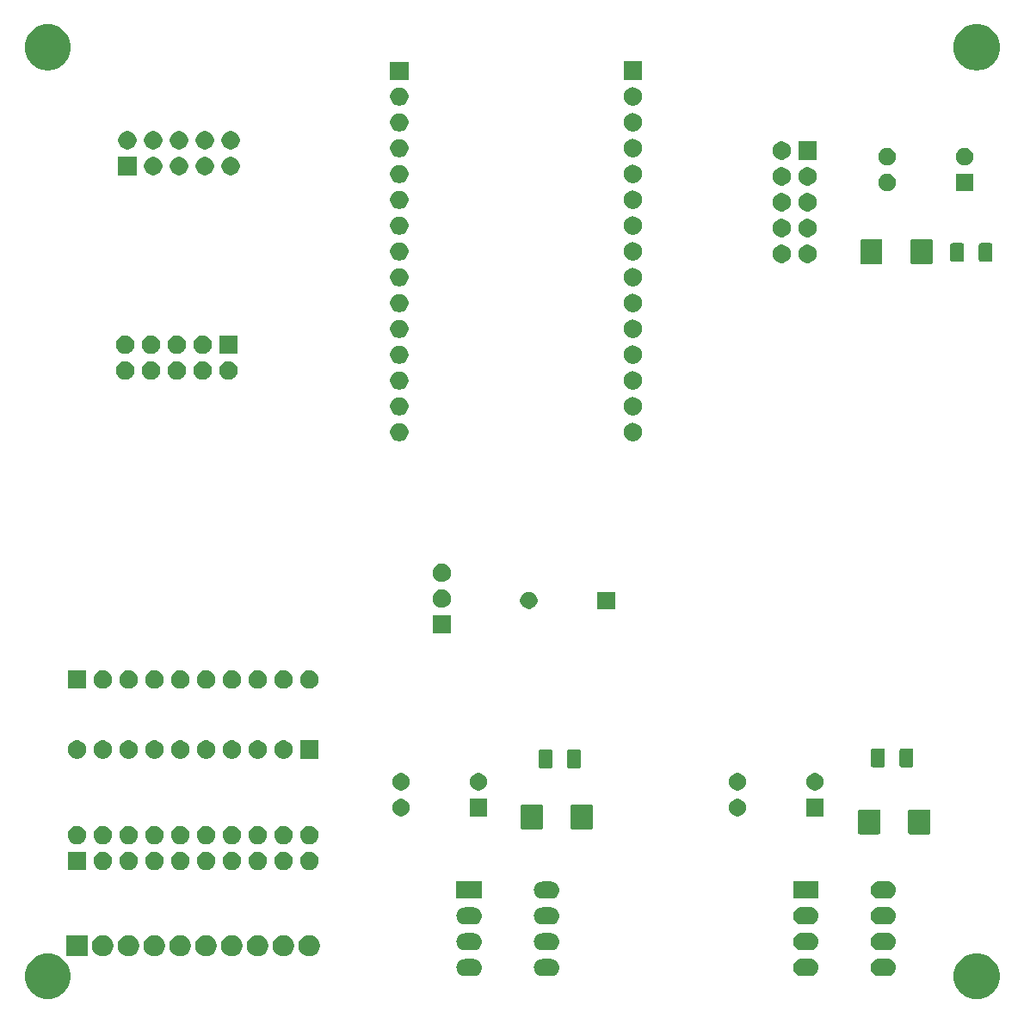
<source format=gbr>
G04 #@! TF.GenerationSoftware,KiCad,Pcbnew,(5.1.5)-3*
G04 #@! TF.CreationDate,2020-07-27T13:18:42+03:00*
G04 #@! TF.ProjectId,BurtleinaBoard,42757274-6c65-4696-9e61-426f6172642e,0.1*
G04 #@! TF.SameCoordinates,Original*
G04 #@! TF.FileFunction,Soldermask,Top*
G04 #@! TF.FilePolarity,Negative*
%FSLAX46Y46*%
G04 Gerber Fmt 4.6, Leading zero omitted, Abs format (unit mm)*
G04 Created by KiCad (PCBNEW (5.1.5)-3) date 2020-07-27 13:18:42*
%MOMM*%
%LPD*%
G04 APERTURE LIST*
%ADD10C,0.100000*%
G04 APERTURE END LIST*
D10*
G36*
X188975880Y-122459776D02*
G01*
X189356593Y-122535504D01*
X189766249Y-122705189D01*
X190134929Y-122951534D01*
X190448466Y-123265071D01*
X190694811Y-123633751D01*
X190864496Y-124043407D01*
X190951000Y-124478296D01*
X190951000Y-124921704D01*
X190864496Y-125356593D01*
X190694811Y-125766249D01*
X190448466Y-126134929D01*
X190134929Y-126448466D01*
X189766249Y-126694811D01*
X189356593Y-126864496D01*
X188975880Y-126940224D01*
X188921705Y-126951000D01*
X188478295Y-126951000D01*
X188424120Y-126940224D01*
X188043407Y-126864496D01*
X187633751Y-126694811D01*
X187265071Y-126448466D01*
X186951534Y-126134929D01*
X186705189Y-125766249D01*
X186535504Y-125356593D01*
X186449000Y-124921704D01*
X186449000Y-124478296D01*
X186535504Y-124043407D01*
X186705189Y-123633751D01*
X186951534Y-123265071D01*
X187265071Y-122951534D01*
X187633751Y-122705189D01*
X188043407Y-122535504D01*
X188424120Y-122459776D01*
X188478295Y-122449000D01*
X188921705Y-122449000D01*
X188975880Y-122459776D01*
G37*
G36*
X97575880Y-122459776D02*
G01*
X97956593Y-122535504D01*
X98366249Y-122705189D01*
X98734929Y-122951534D01*
X99048466Y-123265071D01*
X99294811Y-123633751D01*
X99464496Y-124043407D01*
X99551000Y-124478296D01*
X99551000Y-124921704D01*
X99464496Y-125356593D01*
X99294811Y-125766249D01*
X99048466Y-126134929D01*
X98734929Y-126448466D01*
X98366249Y-126694811D01*
X97956593Y-126864496D01*
X97575880Y-126940224D01*
X97521705Y-126951000D01*
X97078295Y-126951000D01*
X97024120Y-126940224D01*
X96643407Y-126864496D01*
X96233751Y-126694811D01*
X95865071Y-126448466D01*
X95551534Y-126134929D01*
X95305189Y-125766249D01*
X95135504Y-125356593D01*
X95049000Y-124921704D01*
X95049000Y-124478296D01*
X95135504Y-124043407D01*
X95305189Y-123633751D01*
X95551534Y-123265071D01*
X95865071Y-122951534D01*
X96233751Y-122705189D01*
X96643407Y-122535504D01*
X97024120Y-122459776D01*
X97078295Y-122449000D01*
X97521705Y-122449000D01*
X97575880Y-122459776D01*
G37*
G36*
X146946823Y-123011313D02*
G01*
X147107242Y-123059976D01*
X147239906Y-123130886D01*
X147255078Y-123138996D01*
X147384659Y-123245341D01*
X147491004Y-123374922D01*
X147491005Y-123374924D01*
X147570024Y-123522758D01*
X147618687Y-123683177D01*
X147635117Y-123850000D01*
X147618687Y-124016823D01*
X147570024Y-124177242D01*
X147504943Y-124299000D01*
X147491004Y-124325078D01*
X147384659Y-124454659D01*
X147255078Y-124561004D01*
X147255076Y-124561005D01*
X147107242Y-124640024D01*
X146946823Y-124688687D01*
X146821804Y-124701000D01*
X145938196Y-124701000D01*
X145813177Y-124688687D01*
X145652758Y-124640024D01*
X145504924Y-124561005D01*
X145504922Y-124561004D01*
X145375341Y-124454659D01*
X145268996Y-124325078D01*
X145255057Y-124299000D01*
X145189976Y-124177242D01*
X145141313Y-124016823D01*
X145124883Y-123850000D01*
X145141313Y-123683177D01*
X145189976Y-123522758D01*
X145268995Y-123374924D01*
X145268996Y-123374922D01*
X145375341Y-123245341D01*
X145504922Y-123138996D01*
X145520094Y-123130886D01*
X145652758Y-123059976D01*
X145813177Y-123011313D01*
X145938196Y-122999000D01*
X146821804Y-122999000D01*
X146946823Y-123011313D01*
G37*
G36*
X139326823Y-123011313D02*
G01*
X139487242Y-123059976D01*
X139619906Y-123130886D01*
X139635078Y-123138996D01*
X139764659Y-123245341D01*
X139871004Y-123374922D01*
X139871005Y-123374924D01*
X139950024Y-123522758D01*
X139998687Y-123683177D01*
X140015117Y-123850000D01*
X139998687Y-124016823D01*
X139950024Y-124177242D01*
X139884943Y-124299000D01*
X139871004Y-124325078D01*
X139764659Y-124454659D01*
X139635078Y-124561004D01*
X139635076Y-124561005D01*
X139487242Y-124640024D01*
X139326823Y-124688687D01*
X139201804Y-124701000D01*
X138318196Y-124701000D01*
X138193177Y-124688687D01*
X138032758Y-124640024D01*
X137884924Y-124561005D01*
X137884922Y-124561004D01*
X137755341Y-124454659D01*
X137648996Y-124325078D01*
X137635057Y-124299000D01*
X137569976Y-124177242D01*
X137521313Y-124016823D01*
X137504883Y-123850000D01*
X137521313Y-123683177D01*
X137569976Y-123522758D01*
X137648995Y-123374924D01*
X137648996Y-123374922D01*
X137755341Y-123245341D01*
X137884922Y-123138996D01*
X137900094Y-123130886D01*
X138032758Y-123059976D01*
X138193177Y-123011313D01*
X138318196Y-122999000D01*
X139201804Y-122999000D01*
X139326823Y-123011313D01*
G37*
G36*
X180066823Y-122991313D02*
G01*
X180227242Y-123039976D01*
X180264657Y-123059975D01*
X180375078Y-123118996D01*
X180504659Y-123225341D01*
X180611004Y-123354922D01*
X180611005Y-123354924D01*
X180690024Y-123502758D01*
X180738687Y-123663177D01*
X180755117Y-123830000D01*
X180738687Y-123996823D01*
X180690024Y-124157242D01*
X180619114Y-124289906D01*
X180611004Y-124305078D01*
X180504659Y-124434659D01*
X180375078Y-124541004D01*
X180375076Y-124541005D01*
X180227242Y-124620024D01*
X180066823Y-124668687D01*
X179941804Y-124681000D01*
X179058196Y-124681000D01*
X178933177Y-124668687D01*
X178772758Y-124620024D01*
X178624924Y-124541005D01*
X178624922Y-124541004D01*
X178495341Y-124434659D01*
X178388996Y-124305078D01*
X178380886Y-124289906D01*
X178309976Y-124157242D01*
X178261313Y-123996823D01*
X178244883Y-123830000D01*
X178261313Y-123663177D01*
X178309976Y-123502758D01*
X178388995Y-123354924D01*
X178388996Y-123354922D01*
X178495341Y-123225341D01*
X178624922Y-123118996D01*
X178735343Y-123059975D01*
X178772758Y-123039976D01*
X178933177Y-122991313D01*
X179058196Y-122979000D01*
X179941804Y-122979000D01*
X180066823Y-122991313D01*
G37*
G36*
X172446823Y-122991313D02*
G01*
X172607242Y-123039976D01*
X172644657Y-123059975D01*
X172755078Y-123118996D01*
X172884659Y-123225341D01*
X172991004Y-123354922D01*
X172991005Y-123354924D01*
X173070024Y-123502758D01*
X173118687Y-123663177D01*
X173135117Y-123830000D01*
X173118687Y-123996823D01*
X173070024Y-124157242D01*
X172999114Y-124289906D01*
X172991004Y-124305078D01*
X172884659Y-124434659D01*
X172755078Y-124541004D01*
X172755076Y-124541005D01*
X172607242Y-124620024D01*
X172446823Y-124668687D01*
X172321804Y-124681000D01*
X171438196Y-124681000D01*
X171313177Y-124668687D01*
X171152758Y-124620024D01*
X171004924Y-124541005D01*
X171004922Y-124541004D01*
X170875341Y-124434659D01*
X170768996Y-124305078D01*
X170760886Y-124289906D01*
X170689976Y-124157242D01*
X170641313Y-123996823D01*
X170624883Y-123830000D01*
X170641313Y-123663177D01*
X170689976Y-123502758D01*
X170768995Y-123354924D01*
X170768996Y-123354922D01*
X170875341Y-123225341D01*
X171004922Y-123118996D01*
X171115343Y-123059975D01*
X171152758Y-123039976D01*
X171313177Y-122991313D01*
X171438196Y-122979000D01*
X172321804Y-122979000D01*
X172446823Y-122991313D01*
G37*
G36*
X108096564Y-120689389D02*
G01*
X108287833Y-120768615D01*
X108287835Y-120768616D01*
X108459973Y-120883635D01*
X108606365Y-121030027D01*
X108668605Y-121123175D01*
X108721385Y-121202167D01*
X108800611Y-121393436D01*
X108841000Y-121596484D01*
X108841000Y-121803516D01*
X108800611Y-122006564D01*
X108721385Y-122197833D01*
X108721384Y-122197835D01*
X108606365Y-122369973D01*
X108459973Y-122516365D01*
X108287835Y-122631384D01*
X108287834Y-122631385D01*
X108287833Y-122631385D01*
X108096564Y-122710611D01*
X107893516Y-122751000D01*
X107686484Y-122751000D01*
X107483436Y-122710611D01*
X107292167Y-122631385D01*
X107292166Y-122631385D01*
X107292165Y-122631384D01*
X107120027Y-122516365D01*
X106973635Y-122369973D01*
X106858616Y-122197835D01*
X106858615Y-122197833D01*
X106779389Y-122006564D01*
X106739000Y-121803516D01*
X106739000Y-121596484D01*
X106779389Y-121393436D01*
X106858615Y-121202167D01*
X106911396Y-121123175D01*
X106973635Y-121030027D01*
X107120027Y-120883635D01*
X107292165Y-120768616D01*
X107292167Y-120768615D01*
X107483436Y-120689389D01*
X107686484Y-120649000D01*
X107893516Y-120649000D01*
X108096564Y-120689389D01*
G37*
G36*
X101221000Y-122751000D02*
G01*
X99119000Y-122751000D01*
X99119000Y-120649000D01*
X101221000Y-120649000D01*
X101221000Y-122751000D01*
G37*
G36*
X103016564Y-120689389D02*
G01*
X103207833Y-120768615D01*
X103207835Y-120768616D01*
X103379973Y-120883635D01*
X103526365Y-121030027D01*
X103588605Y-121123175D01*
X103641385Y-121202167D01*
X103720611Y-121393436D01*
X103761000Y-121596484D01*
X103761000Y-121803516D01*
X103720611Y-122006564D01*
X103641385Y-122197833D01*
X103641384Y-122197835D01*
X103526365Y-122369973D01*
X103379973Y-122516365D01*
X103207835Y-122631384D01*
X103207834Y-122631385D01*
X103207833Y-122631385D01*
X103016564Y-122710611D01*
X102813516Y-122751000D01*
X102606484Y-122751000D01*
X102403436Y-122710611D01*
X102212167Y-122631385D01*
X102212166Y-122631385D01*
X102212165Y-122631384D01*
X102040027Y-122516365D01*
X101893635Y-122369973D01*
X101778616Y-122197835D01*
X101778615Y-122197833D01*
X101699389Y-122006564D01*
X101659000Y-121803516D01*
X101659000Y-121596484D01*
X101699389Y-121393436D01*
X101778615Y-121202167D01*
X101831396Y-121123175D01*
X101893635Y-121030027D01*
X102040027Y-120883635D01*
X102212165Y-120768616D01*
X102212167Y-120768615D01*
X102403436Y-120689389D01*
X102606484Y-120649000D01*
X102813516Y-120649000D01*
X103016564Y-120689389D01*
G37*
G36*
X110636564Y-120689389D02*
G01*
X110827833Y-120768615D01*
X110827835Y-120768616D01*
X110999973Y-120883635D01*
X111146365Y-121030027D01*
X111208605Y-121123175D01*
X111261385Y-121202167D01*
X111340611Y-121393436D01*
X111381000Y-121596484D01*
X111381000Y-121803516D01*
X111340611Y-122006564D01*
X111261385Y-122197833D01*
X111261384Y-122197835D01*
X111146365Y-122369973D01*
X110999973Y-122516365D01*
X110827835Y-122631384D01*
X110827834Y-122631385D01*
X110827833Y-122631385D01*
X110636564Y-122710611D01*
X110433516Y-122751000D01*
X110226484Y-122751000D01*
X110023436Y-122710611D01*
X109832167Y-122631385D01*
X109832166Y-122631385D01*
X109832165Y-122631384D01*
X109660027Y-122516365D01*
X109513635Y-122369973D01*
X109398616Y-122197835D01*
X109398615Y-122197833D01*
X109319389Y-122006564D01*
X109279000Y-121803516D01*
X109279000Y-121596484D01*
X109319389Y-121393436D01*
X109398615Y-121202167D01*
X109451396Y-121123175D01*
X109513635Y-121030027D01*
X109660027Y-120883635D01*
X109832165Y-120768616D01*
X109832167Y-120768615D01*
X110023436Y-120689389D01*
X110226484Y-120649000D01*
X110433516Y-120649000D01*
X110636564Y-120689389D01*
G37*
G36*
X113176564Y-120689389D02*
G01*
X113367833Y-120768615D01*
X113367835Y-120768616D01*
X113539973Y-120883635D01*
X113686365Y-121030027D01*
X113748605Y-121123175D01*
X113801385Y-121202167D01*
X113880611Y-121393436D01*
X113921000Y-121596484D01*
X113921000Y-121803516D01*
X113880611Y-122006564D01*
X113801385Y-122197833D01*
X113801384Y-122197835D01*
X113686365Y-122369973D01*
X113539973Y-122516365D01*
X113367835Y-122631384D01*
X113367834Y-122631385D01*
X113367833Y-122631385D01*
X113176564Y-122710611D01*
X112973516Y-122751000D01*
X112766484Y-122751000D01*
X112563436Y-122710611D01*
X112372167Y-122631385D01*
X112372166Y-122631385D01*
X112372165Y-122631384D01*
X112200027Y-122516365D01*
X112053635Y-122369973D01*
X111938616Y-122197835D01*
X111938615Y-122197833D01*
X111859389Y-122006564D01*
X111819000Y-121803516D01*
X111819000Y-121596484D01*
X111859389Y-121393436D01*
X111938615Y-121202167D01*
X111991396Y-121123175D01*
X112053635Y-121030027D01*
X112200027Y-120883635D01*
X112372165Y-120768616D01*
X112372167Y-120768615D01*
X112563436Y-120689389D01*
X112766484Y-120649000D01*
X112973516Y-120649000D01*
X113176564Y-120689389D01*
G37*
G36*
X115716564Y-120689389D02*
G01*
X115907833Y-120768615D01*
X115907835Y-120768616D01*
X116079973Y-120883635D01*
X116226365Y-121030027D01*
X116288605Y-121123175D01*
X116341385Y-121202167D01*
X116420611Y-121393436D01*
X116461000Y-121596484D01*
X116461000Y-121803516D01*
X116420611Y-122006564D01*
X116341385Y-122197833D01*
X116341384Y-122197835D01*
X116226365Y-122369973D01*
X116079973Y-122516365D01*
X115907835Y-122631384D01*
X115907834Y-122631385D01*
X115907833Y-122631385D01*
X115716564Y-122710611D01*
X115513516Y-122751000D01*
X115306484Y-122751000D01*
X115103436Y-122710611D01*
X114912167Y-122631385D01*
X114912166Y-122631385D01*
X114912165Y-122631384D01*
X114740027Y-122516365D01*
X114593635Y-122369973D01*
X114478616Y-122197835D01*
X114478615Y-122197833D01*
X114399389Y-122006564D01*
X114359000Y-121803516D01*
X114359000Y-121596484D01*
X114399389Y-121393436D01*
X114478615Y-121202167D01*
X114531396Y-121123175D01*
X114593635Y-121030027D01*
X114740027Y-120883635D01*
X114912165Y-120768616D01*
X114912167Y-120768615D01*
X115103436Y-120689389D01*
X115306484Y-120649000D01*
X115513516Y-120649000D01*
X115716564Y-120689389D01*
G37*
G36*
X118256564Y-120689389D02*
G01*
X118447833Y-120768615D01*
X118447835Y-120768616D01*
X118619973Y-120883635D01*
X118766365Y-121030027D01*
X118828605Y-121123175D01*
X118881385Y-121202167D01*
X118960611Y-121393436D01*
X119001000Y-121596484D01*
X119001000Y-121803516D01*
X118960611Y-122006564D01*
X118881385Y-122197833D01*
X118881384Y-122197835D01*
X118766365Y-122369973D01*
X118619973Y-122516365D01*
X118447835Y-122631384D01*
X118447834Y-122631385D01*
X118447833Y-122631385D01*
X118256564Y-122710611D01*
X118053516Y-122751000D01*
X117846484Y-122751000D01*
X117643436Y-122710611D01*
X117452167Y-122631385D01*
X117452166Y-122631385D01*
X117452165Y-122631384D01*
X117280027Y-122516365D01*
X117133635Y-122369973D01*
X117018616Y-122197835D01*
X117018615Y-122197833D01*
X116939389Y-122006564D01*
X116899000Y-121803516D01*
X116899000Y-121596484D01*
X116939389Y-121393436D01*
X117018615Y-121202167D01*
X117071396Y-121123175D01*
X117133635Y-121030027D01*
X117280027Y-120883635D01*
X117452165Y-120768616D01*
X117452167Y-120768615D01*
X117643436Y-120689389D01*
X117846484Y-120649000D01*
X118053516Y-120649000D01*
X118256564Y-120689389D01*
G37*
G36*
X120796564Y-120689389D02*
G01*
X120987833Y-120768615D01*
X120987835Y-120768616D01*
X121159973Y-120883635D01*
X121306365Y-121030027D01*
X121368605Y-121123175D01*
X121421385Y-121202167D01*
X121500611Y-121393436D01*
X121541000Y-121596484D01*
X121541000Y-121803516D01*
X121500611Y-122006564D01*
X121421385Y-122197833D01*
X121421384Y-122197835D01*
X121306365Y-122369973D01*
X121159973Y-122516365D01*
X120987835Y-122631384D01*
X120987834Y-122631385D01*
X120987833Y-122631385D01*
X120796564Y-122710611D01*
X120593516Y-122751000D01*
X120386484Y-122751000D01*
X120183436Y-122710611D01*
X119992167Y-122631385D01*
X119992166Y-122631385D01*
X119992165Y-122631384D01*
X119820027Y-122516365D01*
X119673635Y-122369973D01*
X119558616Y-122197835D01*
X119558615Y-122197833D01*
X119479389Y-122006564D01*
X119439000Y-121803516D01*
X119439000Y-121596484D01*
X119479389Y-121393436D01*
X119558615Y-121202167D01*
X119611396Y-121123175D01*
X119673635Y-121030027D01*
X119820027Y-120883635D01*
X119992165Y-120768616D01*
X119992167Y-120768615D01*
X120183436Y-120689389D01*
X120386484Y-120649000D01*
X120593516Y-120649000D01*
X120796564Y-120689389D01*
G37*
G36*
X123336564Y-120689389D02*
G01*
X123527833Y-120768615D01*
X123527835Y-120768616D01*
X123699973Y-120883635D01*
X123846365Y-121030027D01*
X123908605Y-121123175D01*
X123961385Y-121202167D01*
X124040611Y-121393436D01*
X124081000Y-121596484D01*
X124081000Y-121803516D01*
X124040611Y-122006564D01*
X123961385Y-122197833D01*
X123961384Y-122197835D01*
X123846365Y-122369973D01*
X123699973Y-122516365D01*
X123527835Y-122631384D01*
X123527834Y-122631385D01*
X123527833Y-122631385D01*
X123336564Y-122710611D01*
X123133516Y-122751000D01*
X122926484Y-122751000D01*
X122723436Y-122710611D01*
X122532167Y-122631385D01*
X122532166Y-122631385D01*
X122532165Y-122631384D01*
X122360027Y-122516365D01*
X122213635Y-122369973D01*
X122098616Y-122197835D01*
X122098615Y-122197833D01*
X122019389Y-122006564D01*
X121979000Y-121803516D01*
X121979000Y-121596484D01*
X122019389Y-121393436D01*
X122098615Y-121202167D01*
X122151396Y-121123175D01*
X122213635Y-121030027D01*
X122360027Y-120883635D01*
X122532165Y-120768616D01*
X122532167Y-120768615D01*
X122723436Y-120689389D01*
X122926484Y-120649000D01*
X123133516Y-120649000D01*
X123336564Y-120689389D01*
G37*
G36*
X105556564Y-120689389D02*
G01*
X105747833Y-120768615D01*
X105747835Y-120768616D01*
X105919973Y-120883635D01*
X106066365Y-121030027D01*
X106128605Y-121123175D01*
X106181385Y-121202167D01*
X106260611Y-121393436D01*
X106301000Y-121596484D01*
X106301000Y-121803516D01*
X106260611Y-122006564D01*
X106181385Y-122197833D01*
X106181384Y-122197835D01*
X106066365Y-122369973D01*
X105919973Y-122516365D01*
X105747835Y-122631384D01*
X105747834Y-122631385D01*
X105747833Y-122631385D01*
X105556564Y-122710611D01*
X105353516Y-122751000D01*
X105146484Y-122751000D01*
X104943436Y-122710611D01*
X104752167Y-122631385D01*
X104752166Y-122631385D01*
X104752165Y-122631384D01*
X104580027Y-122516365D01*
X104433635Y-122369973D01*
X104318616Y-122197835D01*
X104318615Y-122197833D01*
X104239389Y-122006564D01*
X104199000Y-121803516D01*
X104199000Y-121596484D01*
X104239389Y-121393436D01*
X104318615Y-121202167D01*
X104371396Y-121123175D01*
X104433635Y-121030027D01*
X104580027Y-120883635D01*
X104752165Y-120768616D01*
X104752167Y-120768615D01*
X104943436Y-120689389D01*
X105146484Y-120649000D01*
X105353516Y-120649000D01*
X105556564Y-120689389D01*
G37*
G36*
X146946823Y-120471313D02*
G01*
X147107242Y-120519976D01*
X147239906Y-120590886D01*
X147255078Y-120598996D01*
X147384659Y-120705341D01*
X147491004Y-120834922D01*
X147491005Y-120834924D01*
X147570024Y-120982758D01*
X147618687Y-121143177D01*
X147635117Y-121310000D01*
X147618687Y-121476823D01*
X147570024Y-121637242D01*
X147501695Y-121765076D01*
X147491004Y-121785078D01*
X147384659Y-121914659D01*
X147255078Y-122021004D01*
X147255076Y-122021005D01*
X147107242Y-122100024D01*
X146946823Y-122148687D01*
X146821804Y-122161000D01*
X145938196Y-122161000D01*
X145813177Y-122148687D01*
X145652758Y-122100024D01*
X145504924Y-122021005D01*
X145504922Y-122021004D01*
X145375341Y-121914659D01*
X145268996Y-121785078D01*
X145258305Y-121765076D01*
X145189976Y-121637242D01*
X145141313Y-121476823D01*
X145124883Y-121310000D01*
X145141313Y-121143177D01*
X145189976Y-120982758D01*
X145268995Y-120834924D01*
X145268996Y-120834922D01*
X145375341Y-120705341D01*
X145504922Y-120598996D01*
X145520094Y-120590886D01*
X145652758Y-120519976D01*
X145813177Y-120471313D01*
X145938196Y-120459000D01*
X146821804Y-120459000D01*
X146946823Y-120471313D01*
G37*
G36*
X139326823Y-120471313D02*
G01*
X139487242Y-120519976D01*
X139619906Y-120590886D01*
X139635078Y-120598996D01*
X139764659Y-120705341D01*
X139871004Y-120834922D01*
X139871005Y-120834924D01*
X139950024Y-120982758D01*
X139998687Y-121143177D01*
X140015117Y-121310000D01*
X139998687Y-121476823D01*
X139950024Y-121637242D01*
X139881695Y-121765076D01*
X139871004Y-121785078D01*
X139764659Y-121914659D01*
X139635078Y-122021004D01*
X139635076Y-122021005D01*
X139487242Y-122100024D01*
X139326823Y-122148687D01*
X139201804Y-122161000D01*
X138318196Y-122161000D01*
X138193177Y-122148687D01*
X138032758Y-122100024D01*
X137884924Y-122021005D01*
X137884922Y-122021004D01*
X137755341Y-121914659D01*
X137648996Y-121785078D01*
X137638305Y-121765076D01*
X137569976Y-121637242D01*
X137521313Y-121476823D01*
X137504883Y-121310000D01*
X137521313Y-121143177D01*
X137569976Y-120982758D01*
X137648995Y-120834924D01*
X137648996Y-120834922D01*
X137755341Y-120705341D01*
X137884922Y-120598996D01*
X137900094Y-120590886D01*
X138032758Y-120519976D01*
X138193177Y-120471313D01*
X138318196Y-120459000D01*
X139201804Y-120459000D01*
X139326823Y-120471313D01*
G37*
G36*
X180066823Y-120451313D02*
G01*
X180227242Y-120499976D01*
X180264657Y-120519975D01*
X180375078Y-120578996D01*
X180504659Y-120685341D01*
X180611004Y-120814922D01*
X180611005Y-120814924D01*
X180690024Y-120962758D01*
X180738687Y-121123177D01*
X180755117Y-121290000D01*
X180738687Y-121456823D01*
X180690024Y-121617242D01*
X180619114Y-121749906D01*
X180611004Y-121765078D01*
X180504659Y-121894659D01*
X180375078Y-122001004D01*
X180375076Y-122001005D01*
X180227242Y-122080024D01*
X180066823Y-122128687D01*
X179941804Y-122141000D01*
X179058196Y-122141000D01*
X178933177Y-122128687D01*
X178772758Y-122080024D01*
X178624924Y-122001005D01*
X178624922Y-122001004D01*
X178495341Y-121894659D01*
X178388996Y-121765078D01*
X178380886Y-121749906D01*
X178309976Y-121617242D01*
X178261313Y-121456823D01*
X178244883Y-121290000D01*
X178261313Y-121123177D01*
X178309976Y-120962758D01*
X178388995Y-120814924D01*
X178388996Y-120814922D01*
X178495341Y-120685341D01*
X178624922Y-120578996D01*
X178735343Y-120519975D01*
X178772758Y-120499976D01*
X178933177Y-120451313D01*
X179058196Y-120439000D01*
X179941804Y-120439000D01*
X180066823Y-120451313D01*
G37*
G36*
X172446823Y-120451313D02*
G01*
X172607242Y-120499976D01*
X172644657Y-120519975D01*
X172755078Y-120578996D01*
X172884659Y-120685341D01*
X172991004Y-120814922D01*
X172991005Y-120814924D01*
X173070024Y-120962758D01*
X173118687Y-121123177D01*
X173135117Y-121290000D01*
X173118687Y-121456823D01*
X173070024Y-121617242D01*
X172999114Y-121749906D01*
X172991004Y-121765078D01*
X172884659Y-121894659D01*
X172755078Y-122001004D01*
X172755076Y-122001005D01*
X172607242Y-122080024D01*
X172446823Y-122128687D01*
X172321804Y-122141000D01*
X171438196Y-122141000D01*
X171313177Y-122128687D01*
X171152758Y-122080024D01*
X171004924Y-122001005D01*
X171004922Y-122001004D01*
X170875341Y-121894659D01*
X170768996Y-121765078D01*
X170760886Y-121749906D01*
X170689976Y-121617242D01*
X170641313Y-121456823D01*
X170624883Y-121290000D01*
X170641313Y-121123177D01*
X170689976Y-120962758D01*
X170768995Y-120814924D01*
X170768996Y-120814922D01*
X170875341Y-120685341D01*
X171004922Y-120578996D01*
X171115343Y-120519975D01*
X171152758Y-120499976D01*
X171313177Y-120451313D01*
X171438196Y-120439000D01*
X172321804Y-120439000D01*
X172446823Y-120451313D01*
G37*
G36*
X146946823Y-117931313D02*
G01*
X147107242Y-117979976D01*
X147239906Y-118050886D01*
X147255078Y-118058996D01*
X147384659Y-118165341D01*
X147491004Y-118294922D01*
X147491005Y-118294924D01*
X147570024Y-118442758D01*
X147618687Y-118603177D01*
X147635117Y-118770000D01*
X147618687Y-118936823D01*
X147570024Y-119097242D01*
X147501695Y-119225076D01*
X147491004Y-119245078D01*
X147384659Y-119374659D01*
X147255078Y-119481004D01*
X147255076Y-119481005D01*
X147107242Y-119560024D01*
X146946823Y-119608687D01*
X146821804Y-119621000D01*
X145938196Y-119621000D01*
X145813177Y-119608687D01*
X145652758Y-119560024D01*
X145504924Y-119481005D01*
X145504922Y-119481004D01*
X145375341Y-119374659D01*
X145268996Y-119245078D01*
X145258305Y-119225076D01*
X145189976Y-119097242D01*
X145141313Y-118936823D01*
X145124883Y-118770000D01*
X145141313Y-118603177D01*
X145189976Y-118442758D01*
X145268995Y-118294924D01*
X145268996Y-118294922D01*
X145375341Y-118165341D01*
X145504922Y-118058996D01*
X145520094Y-118050886D01*
X145652758Y-117979976D01*
X145813177Y-117931313D01*
X145938196Y-117919000D01*
X146821804Y-117919000D01*
X146946823Y-117931313D01*
G37*
G36*
X139326823Y-117931313D02*
G01*
X139487242Y-117979976D01*
X139619906Y-118050886D01*
X139635078Y-118058996D01*
X139764659Y-118165341D01*
X139871004Y-118294922D01*
X139871005Y-118294924D01*
X139950024Y-118442758D01*
X139998687Y-118603177D01*
X140015117Y-118770000D01*
X139998687Y-118936823D01*
X139950024Y-119097242D01*
X139881695Y-119225076D01*
X139871004Y-119245078D01*
X139764659Y-119374659D01*
X139635078Y-119481004D01*
X139635076Y-119481005D01*
X139487242Y-119560024D01*
X139326823Y-119608687D01*
X139201804Y-119621000D01*
X138318196Y-119621000D01*
X138193177Y-119608687D01*
X138032758Y-119560024D01*
X137884924Y-119481005D01*
X137884922Y-119481004D01*
X137755341Y-119374659D01*
X137648996Y-119245078D01*
X137638305Y-119225076D01*
X137569976Y-119097242D01*
X137521313Y-118936823D01*
X137504883Y-118770000D01*
X137521313Y-118603177D01*
X137569976Y-118442758D01*
X137648995Y-118294924D01*
X137648996Y-118294922D01*
X137755341Y-118165341D01*
X137884922Y-118058996D01*
X137900094Y-118050886D01*
X138032758Y-117979976D01*
X138193177Y-117931313D01*
X138318196Y-117919000D01*
X139201804Y-117919000D01*
X139326823Y-117931313D01*
G37*
G36*
X180066823Y-117911313D02*
G01*
X180227242Y-117959976D01*
X180264657Y-117979975D01*
X180375078Y-118038996D01*
X180504659Y-118145341D01*
X180611004Y-118274922D01*
X180611005Y-118274924D01*
X180690024Y-118422758D01*
X180738687Y-118583177D01*
X180755117Y-118750000D01*
X180738687Y-118916823D01*
X180690024Y-119077242D01*
X180619114Y-119209906D01*
X180611004Y-119225078D01*
X180504659Y-119354659D01*
X180375078Y-119461004D01*
X180375076Y-119461005D01*
X180227242Y-119540024D01*
X180066823Y-119588687D01*
X179941804Y-119601000D01*
X179058196Y-119601000D01*
X178933177Y-119588687D01*
X178772758Y-119540024D01*
X178624924Y-119461005D01*
X178624922Y-119461004D01*
X178495341Y-119354659D01*
X178388996Y-119225078D01*
X178380886Y-119209906D01*
X178309976Y-119077242D01*
X178261313Y-118916823D01*
X178244883Y-118750000D01*
X178261313Y-118583177D01*
X178309976Y-118422758D01*
X178388995Y-118274924D01*
X178388996Y-118274922D01*
X178495341Y-118145341D01*
X178624922Y-118038996D01*
X178735343Y-117979975D01*
X178772758Y-117959976D01*
X178933177Y-117911313D01*
X179058196Y-117899000D01*
X179941804Y-117899000D01*
X180066823Y-117911313D01*
G37*
G36*
X172446823Y-117911313D02*
G01*
X172607242Y-117959976D01*
X172644657Y-117979975D01*
X172755078Y-118038996D01*
X172884659Y-118145341D01*
X172991004Y-118274922D01*
X172991005Y-118274924D01*
X173070024Y-118422758D01*
X173118687Y-118583177D01*
X173135117Y-118750000D01*
X173118687Y-118916823D01*
X173070024Y-119077242D01*
X172999114Y-119209906D01*
X172991004Y-119225078D01*
X172884659Y-119354659D01*
X172755078Y-119461004D01*
X172755076Y-119461005D01*
X172607242Y-119540024D01*
X172446823Y-119588687D01*
X172321804Y-119601000D01*
X171438196Y-119601000D01*
X171313177Y-119588687D01*
X171152758Y-119540024D01*
X171004924Y-119461005D01*
X171004922Y-119461004D01*
X170875341Y-119354659D01*
X170768996Y-119225078D01*
X170760886Y-119209906D01*
X170689976Y-119077242D01*
X170641313Y-118916823D01*
X170624883Y-118750000D01*
X170641313Y-118583177D01*
X170689976Y-118422758D01*
X170768995Y-118274924D01*
X170768996Y-118274922D01*
X170875341Y-118145341D01*
X171004922Y-118038996D01*
X171115343Y-117979975D01*
X171152758Y-117959976D01*
X171313177Y-117911313D01*
X171438196Y-117899000D01*
X172321804Y-117899000D01*
X172446823Y-117911313D01*
G37*
G36*
X146946823Y-115391313D02*
G01*
X147107242Y-115439976D01*
X147239906Y-115510886D01*
X147255078Y-115518996D01*
X147384659Y-115625341D01*
X147491004Y-115754922D01*
X147491005Y-115754924D01*
X147570024Y-115902758D01*
X147618687Y-116063177D01*
X147635117Y-116230000D01*
X147618687Y-116396823D01*
X147570024Y-116557242D01*
X147501695Y-116685076D01*
X147491004Y-116705078D01*
X147384659Y-116834659D01*
X147255078Y-116941004D01*
X147255076Y-116941005D01*
X147107242Y-117020024D01*
X146946823Y-117068687D01*
X146821804Y-117081000D01*
X145938196Y-117081000D01*
X145813177Y-117068687D01*
X145652758Y-117020024D01*
X145504924Y-116941005D01*
X145504922Y-116941004D01*
X145375341Y-116834659D01*
X145268996Y-116705078D01*
X145258305Y-116685076D01*
X145189976Y-116557242D01*
X145141313Y-116396823D01*
X145124883Y-116230000D01*
X145141313Y-116063177D01*
X145189976Y-115902758D01*
X145268995Y-115754924D01*
X145268996Y-115754922D01*
X145375341Y-115625341D01*
X145504922Y-115518996D01*
X145520094Y-115510886D01*
X145652758Y-115439976D01*
X145813177Y-115391313D01*
X145938196Y-115379000D01*
X146821804Y-115379000D01*
X146946823Y-115391313D01*
G37*
G36*
X140011000Y-117081000D02*
G01*
X137509000Y-117081000D01*
X137509000Y-115379000D01*
X140011000Y-115379000D01*
X140011000Y-117081000D01*
G37*
G36*
X180066823Y-115371313D02*
G01*
X180227242Y-115419976D01*
X180264657Y-115439975D01*
X180375078Y-115498996D01*
X180504659Y-115605341D01*
X180611004Y-115734922D01*
X180611005Y-115734924D01*
X180690024Y-115882758D01*
X180738687Y-116043177D01*
X180755117Y-116210000D01*
X180738687Y-116376823D01*
X180690024Y-116537242D01*
X180619114Y-116669906D01*
X180611004Y-116685078D01*
X180504659Y-116814659D01*
X180375078Y-116921004D01*
X180375076Y-116921005D01*
X180227242Y-117000024D01*
X180066823Y-117048687D01*
X179941804Y-117061000D01*
X179058196Y-117061000D01*
X178933177Y-117048687D01*
X178772758Y-117000024D01*
X178624924Y-116921005D01*
X178624922Y-116921004D01*
X178495341Y-116814659D01*
X178388996Y-116685078D01*
X178380886Y-116669906D01*
X178309976Y-116537242D01*
X178261313Y-116376823D01*
X178244883Y-116210000D01*
X178261313Y-116043177D01*
X178309976Y-115882758D01*
X178388995Y-115734924D01*
X178388996Y-115734922D01*
X178495341Y-115605341D01*
X178624922Y-115498996D01*
X178735343Y-115439975D01*
X178772758Y-115419976D01*
X178933177Y-115371313D01*
X179058196Y-115359000D01*
X179941804Y-115359000D01*
X180066823Y-115371313D01*
G37*
G36*
X173131000Y-117061000D02*
G01*
X170629000Y-117061000D01*
X170629000Y-115359000D01*
X173131000Y-115359000D01*
X173131000Y-117061000D01*
G37*
G36*
X105363512Y-112443927D02*
G01*
X105512812Y-112473624D01*
X105676784Y-112541544D01*
X105824354Y-112640147D01*
X105949853Y-112765646D01*
X106048456Y-112913216D01*
X106116376Y-113077188D01*
X106151000Y-113251259D01*
X106151000Y-113428741D01*
X106116376Y-113602812D01*
X106048456Y-113766784D01*
X105949853Y-113914354D01*
X105824354Y-114039853D01*
X105676784Y-114138456D01*
X105512812Y-114206376D01*
X105363512Y-114236073D01*
X105338742Y-114241000D01*
X105161258Y-114241000D01*
X105136488Y-114236073D01*
X104987188Y-114206376D01*
X104823216Y-114138456D01*
X104675646Y-114039853D01*
X104550147Y-113914354D01*
X104451544Y-113766784D01*
X104383624Y-113602812D01*
X104349000Y-113428741D01*
X104349000Y-113251259D01*
X104383624Y-113077188D01*
X104451544Y-112913216D01*
X104550147Y-112765646D01*
X104675646Y-112640147D01*
X104823216Y-112541544D01*
X104987188Y-112473624D01*
X105136488Y-112443927D01*
X105161258Y-112439000D01*
X105338742Y-112439000D01*
X105363512Y-112443927D01*
G37*
G36*
X110443512Y-112443927D02*
G01*
X110592812Y-112473624D01*
X110756784Y-112541544D01*
X110904354Y-112640147D01*
X111029853Y-112765646D01*
X111128456Y-112913216D01*
X111196376Y-113077188D01*
X111231000Y-113251259D01*
X111231000Y-113428741D01*
X111196376Y-113602812D01*
X111128456Y-113766784D01*
X111029853Y-113914354D01*
X110904354Y-114039853D01*
X110756784Y-114138456D01*
X110592812Y-114206376D01*
X110443512Y-114236073D01*
X110418742Y-114241000D01*
X110241258Y-114241000D01*
X110216488Y-114236073D01*
X110067188Y-114206376D01*
X109903216Y-114138456D01*
X109755646Y-114039853D01*
X109630147Y-113914354D01*
X109531544Y-113766784D01*
X109463624Y-113602812D01*
X109429000Y-113428741D01*
X109429000Y-113251259D01*
X109463624Y-113077188D01*
X109531544Y-112913216D01*
X109630147Y-112765646D01*
X109755646Y-112640147D01*
X109903216Y-112541544D01*
X110067188Y-112473624D01*
X110216488Y-112443927D01*
X110241258Y-112439000D01*
X110418742Y-112439000D01*
X110443512Y-112443927D01*
G37*
G36*
X115523512Y-112443927D02*
G01*
X115672812Y-112473624D01*
X115836784Y-112541544D01*
X115984354Y-112640147D01*
X116109853Y-112765646D01*
X116208456Y-112913216D01*
X116276376Y-113077188D01*
X116311000Y-113251259D01*
X116311000Y-113428741D01*
X116276376Y-113602812D01*
X116208456Y-113766784D01*
X116109853Y-113914354D01*
X115984354Y-114039853D01*
X115836784Y-114138456D01*
X115672812Y-114206376D01*
X115523512Y-114236073D01*
X115498742Y-114241000D01*
X115321258Y-114241000D01*
X115296488Y-114236073D01*
X115147188Y-114206376D01*
X114983216Y-114138456D01*
X114835646Y-114039853D01*
X114710147Y-113914354D01*
X114611544Y-113766784D01*
X114543624Y-113602812D01*
X114509000Y-113428741D01*
X114509000Y-113251259D01*
X114543624Y-113077188D01*
X114611544Y-112913216D01*
X114710147Y-112765646D01*
X114835646Y-112640147D01*
X114983216Y-112541544D01*
X115147188Y-112473624D01*
X115296488Y-112443927D01*
X115321258Y-112439000D01*
X115498742Y-112439000D01*
X115523512Y-112443927D01*
G37*
G36*
X107903512Y-112443927D02*
G01*
X108052812Y-112473624D01*
X108216784Y-112541544D01*
X108364354Y-112640147D01*
X108489853Y-112765646D01*
X108588456Y-112913216D01*
X108656376Y-113077188D01*
X108691000Y-113251259D01*
X108691000Y-113428741D01*
X108656376Y-113602812D01*
X108588456Y-113766784D01*
X108489853Y-113914354D01*
X108364354Y-114039853D01*
X108216784Y-114138456D01*
X108052812Y-114206376D01*
X107903512Y-114236073D01*
X107878742Y-114241000D01*
X107701258Y-114241000D01*
X107676488Y-114236073D01*
X107527188Y-114206376D01*
X107363216Y-114138456D01*
X107215646Y-114039853D01*
X107090147Y-113914354D01*
X106991544Y-113766784D01*
X106923624Y-113602812D01*
X106889000Y-113428741D01*
X106889000Y-113251259D01*
X106923624Y-113077188D01*
X106991544Y-112913216D01*
X107090147Y-112765646D01*
X107215646Y-112640147D01*
X107363216Y-112541544D01*
X107527188Y-112473624D01*
X107676488Y-112443927D01*
X107701258Y-112439000D01*
X107878742Y-112439000D01*
X107903512Y-112443927D01*
G37*
G36*
X118063512Y-112443927D02*
G01*
X118212812Y-112473624D01*
X118376784Y-112541544D01*
X118524354Y-112640147D01*
X118649853Y-112765646D01*
X118748456Y-112913216D01*
X118816376Y-113077188D01*
X118851000Y-113251259D01*
X118851000Y-113428741D01*
X118816376Y-113602812D01*
X118748456Y-113766784D01*
X118649853Y-113914354D01*
X118524354Y-114039853D01*
X118376784Y-114138456D01*
X118212812Y-114206376D01*
X118063512Y-114236073D01*
X118038742Y-114241000D01*
X117861258Y-114241000D01*
X117836488Y-114236073D01*
X117687188Y-114206376D01*
X117523216Y-114138456D01*
X117375646Y-114039853D01*
X117250147Y-113914354D01*
X117151544Y-113766784D01*
X117083624Y-113602812D01*
X117049000Y-113428741D01*
X117049000Y-113251259D01*
X117083624Y-113077188D01*
X117151544Y-112913216D01*
X117250147Y-112765646D01*
X117375646Y-112640147D01*
X117523216Y-112541544D01*
X117687188Y-112473624D01*
X117836488Y-112443927D01*
X117861258Y-112439000D01*
X118038742Y-112439000D01*
X118063512Y-112443927D01*
G37*
G36*
X120603512Y-112443927D02*
G01*
X120752812Y-112473624D01*
X120916784Y-112541544D01*
X121064354Y-112640147D01*
X121189853Y-112765646D01*
X121288456Y-112913216D01*
X121356376Y-113077188D01*
X121391000Y-113251259D01*
X121391000Y-113428741D01*
X121356376Y-113602812D01*
X121288456Y-113766784D01*
X121189853Y-113914354D01*
X121064354Y-114039853D01*
X120916784Y-114138456D01*
X120752812Y-114206376D01*
X120603512Y-114236073D01*
X120578742Y-114241000D01*
X120401258Y-114241000D01*
X120376488Y-114236073D01*
X120227188Y-114206376D01*
X120063216Y-114138456D01*
X119915646Y-114039853D01*
X119790147Y-113914354D01*
X119691544Y-113766784D01*
X119623624Y-113602812D01*
X119589000Y-113428741D01*
X119589000Y-113251259D01*
X119623624Y-113077188D01*
X119691544Y-112913216D01*
X119790147Y-112765646D01*
X119915646Y-112640147D01*
X120063216Y-112541544D01*
X120227188Y-112473624D01*
X120376488Y-112443927D01*
X120401258Y-112439000D01*
X120578742Y-112439000D01*
X120603512Y-112443927D01*
G37*
G36*
X102823512Y-112443927D02*
G01*
X102972812Y-112473624D01*
X103136784Y-112541544D01*
X103284354Y-112640147D01*
X103409853Y-112765646D01*
X103508456Y-112913216D01*
X103576376Y-113077188D01*
X103611000Y-113251259D01*
X103611000Y-113428741D01*
X103576376Y-113602812D01*
X103508456Y-113766784D01*
X103409853Y-113914354D01*
X103284354Y-114039853D01*
X103136784Y-114138456D01*
X102972812Y-114206376D01*
X102823512Y-114236073D01*
X102798742Y-114241000D01*
X102621258Y-114241000D01*
X102596488Y-114236073D01*
X102447188Y-114206376D01*
X102283216Y-114138456D01*
X102135646Y-114039853D01*
X102010147Y-113914354D01*
X101911544Y-113766784D01*
X101843624Y-113602812D01*
X101809000Y-113428741D01*
X101809000Y-113251259D01*
X101843624Y-113077188D01*
X101911544Y-112913216D01*
X102010147Y-112765646D01*
X102135646Y-112640147D01*
X102283216Y-112541544D01*
X102447188Y-112473624D01*
X102596488Y-112443927D01*
X102621258Y-112439000D01*
X102798742Y-112439000D01*
X102823512Y-112443927D01*
G37*
G36*
X123143512Y-112443927D02*
G01*
X123292812Y-112473624D01*
X123456784Y-112541544D01*
X123604354Y-112640147D01*
X123729853Y-112765646D01*
X123828456Y-112913216D01*
X123896376Y-113077188D01*
X123931000Y-113251259D01*
X123931000Y-113428741D01*
X123896376Y-113602812D01*
X123828456Y-113766784D01*
X123729853Y-113914354D01*
X123604354Y-114039853D01*
X123456784Y-114138456D01*
X123292812Y-114206376D01*
X123143512Y-114236073D01*
X123118742Y-114241000D01*
X122941258Y-114241000D01*
X122916488Y-114236073D01*
X122767188Y-114206376D01*
X122603216Y-114138456D01*
X122455646Y-114039853D01*
X122330147Y-113914354D01*
X122231544Y-113766784D01*
X122163624Y-113602812D01*
X122129000Y-113428741D01*
X122129000Y-113251259D01*
X122163624Y-113077188D01*
X122231544Y-112913216D01*
X122330147Y-112765646D01*
X122455646Y-112640147D01*
X122603216Y-112541544D01*
X122767188Y-112473624D01*
X122916488Y-112443927D01*
X122941258Y-112439000D01*
X123118742Y-112439000D01*
X123143512Y-112443927D01*
G37*
G36*
X101071000Y-114241000D02*
G01*
X99269000Y-114241000D01*
X99269000Y-112439000D01*
X101071000Y-112439000D01*
X101071000Y-114241000D01*
G37*
G36*
X112983512Y-112443927D02*
G01*
X113132812Y-112473624D01*
X113296784Y-112541544D01*
X113444354Y-112640147D01*
X113569853Y-112765646D01*
X113668456Y-112913216D01*
X113736376Y-113077188D01*
X113771000Y-113251259D01*
X113771000Y-113428741D01*
X113736376Y-113602812D01*
X113668456Y-113766784D01*
X113569853Y-113914354D01*
X113444354Y-114039853D01*
X113296784Y-114138456D01*
X113132812Y-114206376D01*
X112983512Y-114236073D01*
X112958742Y-114241000D01*
X112781258Y-114241000D01*
X112756488Y-114236073D01*
X112607188Y-114206376D01*
X112443216Y-114138456D01*
X112295646Y-114039853D01*
X112170147Y-113914354D01*
X112071544Y-113766784D01*
X112003624Y-113602812D01*
X111969000Y-113428741D01*
X111969000Y-113251259D01*
X112003624Y-113077188D01*
X112071544Y-112913216D01*
X112170147Y-112765646D01*
X112295646Y-112640147D01*
X112443216Y-112541544D01*
X112607188Y-112473624D01*
X112756488Y-112443927D01*
X112781258Y-112439000D01*
X112958742Y-112439000D01*
X112983512Y-112443927D01*
G37*
G36*
X100283512Y-109903927D02*
G01*
X100432812Y-109933624D01*
X100596784Y-110001544D01*
X100744354Y-110100147D01*
X100869853Y-110225646D01*
X100968456Y-110373216D01*
X101036376Y-110537188D01*
X101071000Y-110711259D01*
X101071000Y-110888741D01*
X101036376Y-111062812D01*
X100968456Y-111226784D01*
X100869853Y-111374354D01*
X100744354Y-111499853D01*
X100596784Y-111598456D01*
X100432812Y-111666376D01*
X100283512Y-111696073D01*
X100258742Y-111701000D01*
X100081258Y-111701000D01*
X100056488Y-111696073D01*
X99907188Y-111666376D01*
X99743216Y-111598456D01*
X99595646Y-111499853D01*
X99470147Y-111374354D01*
X99371544Y-111226784D01*
X99303624Y-111062812D01*
X99269000Y-110888741D01*
X99269000Y-110711259D01*
X99303624Y-110537188D01*
X99371544Y-110373216D01*
X99470147Y-110225646D01*
X99595646Y-110100147D01*
X99743216Y-110001544D01*
X99907188Y-109933624D01*
X100056488Y-109903927D01*
X100081258Y-109899000D01*
X100258742Y-109899000D01*
X100283512Y-109903927D01*
G37*
G36*
X102823512Y-109903927D02*
G01*
X102972812Y-109933624D01*
X103136784Y-110001544D01*
X103284354Y-110100147D01*
X103409853Y-110225646D01*
X103508456Y-110373216D01*
X103576376Y-110537188D01*
X103611000Y-110711259D01*
X103611000Y-110888741D01*
X103576376Y-111062812D01*
X103508456Y-111226784D01*
X103409853Y-111374354D01*
X103284354Y-111499853D01*
X103136784Y-111598456D01*
X102972812Y-111666376D01*
X102823512Y-111696073D01*
X102798742Y-111701000D01*
X102621258Y-111701000D01*
X102596488Y-111696073D01*
X102447188Y-111666376D01*
X102283216Y-111598456D01*
X102135646Y-111499853D01*
X102010147Y-111374354D01*
X101911544Y-111226784D01*
X101843624Y-111062812D01*
X101809000Y-110888741D01*
X101809000Y-110711259D01*
X101843624Y-110537188D01*
X101911544Y-110373216D01*
X102010147Y-110225646D01*
X102135646Y-110100147D01*
X102283216Y-110001544D01*
X102447188Y-109933624D01*
X102596488Y-109903927D01*
X102621258Y-109899000D01*
X102798742Y-109899000D01*
X102823512Y-109903927D01*
G37*
G36*
X118063512Y-109903927D02*
G01*
X118212812Y-109933624D01*
X118376784Y-110001544D01*
X118524354Y-110100147D01*
X118649853Y-110225646D01*
X118748456Y-110373216D01*
X118816376Y-110537188D01*
X118851000Y-110711259D01*
X118851000Y-110888741D01*
X118816376Y-111062812D01*
X118748456Y-111226784D01*
X118649853Y-111374354D01*
X118524354Y-111499853D01*
X118376784Y-111598456D01*
X118212812Y-111666376D01*
X118063512Y-111696073D01*
X118038742Y-111701000D01*
X117861258Y-111701000D01*
X117836488Y-111696073D01*
X117687188Y-111666376D01*
X117523216Y-111598456D01*
X117375646Y-111499853D01*
X117250147Y-111374354D01*
X117151544Y-111226784D01*
X117083624Y-111062812D01*
X117049000Y-110888741D01*
X117049000Y-110711259D01*
X117083624Y-110537188D01*
X117151544Y-110373216D01*
X117250147Y-110225646D01*
X117375646Y-110100147D01*
X117523216Y-110001544D01*
X117687188Y-109933624D01*
X117836488Y-109903927D01*
X117861258Y-109899000D01*
X118038742Y-109899000D01*
X118063512Y-109903927D01*
G37*
G36*
X105363512Y-109903927D02*
G01*
X105512812Y-109933624D01*
X105676784Y-110001544D01*
X105824354Y-110100147D01*
X105949853Y-110225646D01*
X106048456Y-110373216D01*
X106116376Y-110537188D01*
X106151000Y-110711259D01*
X106151000Y-110888741D01*
X106116376Y-111062812D01*
X106048456Y-111226784D01*
X105949853Y-111374354D01*
X105824354Y-111499853D01*
X105676784Y-111598456D01*
X105512812Y-111666376D01*
X105363512Y-111696073D01*
X105338742Y-111701000D01*
X105161258Y-111701000D01*
X105136488Y-111696073D01*
X104987188Y-111666376D01*
X104823216Y-111598456D01*
X104675646Y-111499853D01*
X104550147Y-111374354D01*
X104451544Y-111226784D01*
X104383624Y-111062812D01*
X104349000Y-110888741D01*
X104349000Y-110711259D01*
X104383624Y-110537188D01*
X104451544Y-110373216D01*
X104550147Y-110225646D01*
X104675646Y-110100147D01*
X104823216Y-110001544D01*
X104987188Y-109933624D01*
X105136488Y-109903927D01*
X105161258Y-109899000D01*
X105338742Y-109899000D01*
X105363512Y-109903927D01*
G37*
G36*
X107903512Y-109903927D02*
G01*
X108052812Y-109933624D01*
X108216784Y-110001544D01*
X108364354Y-110100147D01*
X108489853Y-110225646D01*
X108588456Y-110373216D01*
X108656376Y-110537188D01*
X108691000Y-110711259D01*
X108691000Y-110888741D01*
X108656376Y-111062812D01*
X108588456Y-111226784D01*
X108489853Y-111374354D01*
X108364354Y-111499853D01*
X108216784Y-111598456D01*
X108052812Y-111666376D01*
X107903512Y-111696073D01*
X107878742Y-111701000D01*
X107701258Y-111701000D01*
X107676488Y-111696073D01*
X107527188Y-111666376D01*
X107363216Y-111598456D01*
X107215646Y-111499853D01*
X107090147Y-111374354D01*
X106991544Y-111226784D01*
X106923624Y-111062812D01*
X106889000Y-110888741D01*
X106889000Y-110711259D01*
X106923624Y-110537188D01*
X106991544Y-110373216D01*
X107090147Y-110225646D01*
X107215646Y-110100147D01*
X107363216Y-110001544D01*
X107527188Y-109933624D01*
X107676488Y-109903927D01*
X107701258Y-109899000D01*
X107878742Y-109899000D01*
X107903512Y-109903927D01*
G37*
G36*
X112983512Y-109903927D02*
G01*
X113132812Y-109933624D01*
X113296784Y-110001544D01*
X113444354Y-110100147D01*
X113569853Y-110225646D01*
X113668456Y-110373216D01*
X113736376Y-110537188D01*
X113771000Y-110711259D01*
X113771000Y-110888741D01*
X113736376Y-111062812D01*
X113668456Y-111226784D01*
X113569853Y-111374354D01*
X113444354Y-111499853D01*
X113296784Y-111598456D01*
X113132812Y-111666376D01*
X112983512Y-111696073D01*
X112958742Y-111701000D01*
X112781258Y-111701000D01*
X112756488Y-111696073D01*
X112607188Y-111666376D01*
X112443216Y-111598456D01*
X112295646Y-111499853D01*
X112170147Y-111374354D01*
X112071544Y-111226784D01*
X112003624Y-111062812D01*
X111969000Y-110888741D01*
X111969000Y-110711259D01*
X112003624Y-110537188D01*
X112071544Y-110373216D01*
X112170147Y-110225646D01*
X112295646Y-110100147D01*
X112443216Y-110001544D01*
X112607188Y-109933624D01*
X112756488Y-109903927D01*
X112781258Y-109899000D01*
X112958742Y-109899000D01*
X112983512Y-109903927D01*
G37*
G36*
X110443512Y-109903927D02*
G01*
X110592812Y-109933624D01*
X110756784Y-110001544D01*
X110904354Y-110100147D01*
X111029853Y-110225646D01*
X111128456Y-110373216D01*
X111196376Y-110537188D01*
X111231000Y-110711259D01*
X111231000Y-110888741D01*
X111196376Y-111062812D01*
X111128456Y-111226784D01*
X111029853Y-111374354D01*
X110904354Y-111499853D01*
X110756784Y-111598456D01*
X110592812Y-111666376D01*
X110443512Y-111696073D01*
X110418742Y-111701000D01*
X110241258Y-111701000D01*
X110216488Y-111696073D01*
X110067188Y-111666376D01*
X109903216Y-111598456D01*
X109755646Y-111499853D01*
X109630147Y-111374354D01*
X109531544Y-111226784D01*
X109463624Y-111062812D01*
X109429000Y-110888741D01*
X109429000Y-110711259D01*
X109463624Y-110537188D01*
X109531544Y-110373216D01*
X109630147Y-110225646D01*
X109755646Y-110100147D01*
X109903216Y-110001544D01*
X110067188Y-109933624D01*
X110216488Y-109903927D01*
X110241258Y-109899000D01*
X110418742Y-109899000D01*
X110443512Y-109903927D01*
G37*
G36*
X120603512Y-109903927D02*
G01*
X120752812Y-109933624D01*
X120916784Y-110001544D01*
X121064354Y-110100147D01*
X121189853Y-110225646D01*
X121288456Y-110373216D01*
X121356376Y-110537188D01*
X121391000Y-110711259D01*
X121391000Y-110888741D01*
X121356376Y-111062812D01*
X121288456Y-111226784D01*
X121189853Y-111374354D01*
X121064354Y-111499853D01*
X120916784Y-111598456D01*
X120752812Y-111666376D01*
X120603512Y-111696073D01*
X120578742Y-111701000D01*
X120401258Y-111701000D01*
X120376488Y-111696073D01*
X120227188Y-111666376D01*
X120063216Y-111598456D01*
X119915646Y-111499853D01*
X119790147Y-111374354D01*
X119691544Y-111226784D01*
X119623624Y-111062812D01*
X119589000Y-110888741D01*
X119589000Y-110711259D01*
X119623624Y-110537188D01*
X119691544Y-110373216D01*
X119790147Y-110225646D01*
X119915646Y-110100147D01*
X120063216Y-110001544D01*
X120227188Y-109933624D01*
X120376488Y-109903927D01*
X120401258Y-109899000D01*
X120578742Y-109899000D01*
X120603512Y-109903927D01*
G37*
G36*
X123143512Y-109903927D02*
G01*
X123292812Y-109933624D01*
X123456784Y-110001544D01*
X123604354Y-110100147D01*
X123729853Y-110225646D01*
X123828456Y-110373216D01*
X123896376Y-110537188D01*
X123931000Y-110711259D01*
X123931000Y-110888741D01*
X123896376Y-111062812D01*
X123828456Y-111226784D01*
X123729853Y-111374354D01*
X123604354Y-111499853D01*
X123456784Y-111598456D01*
X123292812Y-111666376D01*
X123143512Y-111696073D01*
X123118742Y-111701000D01*
X122941258Y-111701000D01*
X122916488Y-111696073D01*
X122767188Y-111666376D01*
X122603216Y-111598456D01*
X122455646Y-111499853D01*
X122330147Y-111374354D01*
X122231544Y-111226784D01*
X122163624Y-111062812D01*
X122129000Y-110888741D01*
X122129000Y-110711259D01*
X122163624Y-110537188D01*
X122231544Y-110373216D01*
X122330147Y-110225646D01*
X122455646Y-110100147D01*
X122603216Y-110001544D01*
X122767188Y-109933624D01*
X122916488Y-109903927D01*
X122941258Y-109899000D01*
X123118742Y-109899000D01*
X123143512Y-109903927D01*
G37*
G36*
X115523512Y-109903927D02*
G01*
X115672812Y-109933624D01*
X115836784Y-110001544D01*
X115984354Y-110100147D01*
X116109853Y-110225646D01*
X116208456Y-110373216D01*
X116276376Y-110537188D01*
X116311000Y-110711259D01*
X116311000Y-110888741D01*
X116276376Y-111062812D01*
X116208456Y-111226784D01*
X116109853Y-111374354D01*
X115984354Y-111499853D01*
X115836784Y-111598456D01*
X115672812Y-111666376D01*
X115523512Y-111696073D01*
X115498742Y-111701000D01*
X115321258Y-111701000D01*
X115296488Y-111696073D01*
X115147188Y-111666376D01*
X114983216Y-111598456D01*
X114835646Y-111499853D01*
X114710147Y-111374354D01*
X114611544Y-111226784D01*
X114543624Y-111062812D01*
X114509000Y-110888741D01*
X114509000Y-110711259D01*
X114543624Y-110537188D01*
X114611544Y-110373216D01*
X114710147Y-110225646D01*
X114835646Y-110100147D01*
X114983216Y-110001544D01*
X115147188Y-109933624D01*
X115296488Y-109903927D01*
X115321258Y-109899000D01*
X115498742Y-109899000D01*
X115523512Y-109903927D01*
G37*
G36*
X183996132Y-108287810D02*
G01*
X184027423Y-108297302D01*
X184056263Y-108312717D01*
X184081539Y-108333461D01*
X184102283Y-108358737D01*
X184117698Y-108387577D01*
X184127190Y-108418868D01*
X184131000Y-108457551D01*
X184131000Y-110562449D01*
X184127190Y-110601132D01*
X184117698Y-110632423D01*
X184102283Y-110661263D01*
X184081539Y-110686539D01*
X184056263Y-110707283D01*
X184027423Y-110722698D01*
X183996132Y-110732190D01*
X183957449Y-110736000D01*
X182127551Y-110736000D01*
X182088868Y-110732190D01*
X182057577Y-110722698D01*
X182028737Y-110707283D01*
X182003461Y-110686539D01*
X181982717Y-110661263D01*
X181967302Y-110632423D01*
X181957810Y-110601132D01*
X181954000Y-110562449D01*
X181954000Y-108457551D01*
X181957810Y-108418868D01*
X181967302Y-108387577D01*
X181982717Y-108358737D01*
X182003461Y-108333461D01*
X182028737Y-108312717D01*
X182057577Y-108297302D01*
X182088868Y-108287810D01*
X182127551Y-108284000D01*
X183957449Y-108284000D01*
X183996132Y-108287810D01*
G37*
G36*
X179071132Y-108287810D02*
G01*
X179102423Y-108297302D01*
X179131263Y-108312717D01*
X179156539Y-108333461D01*
X179177283Y-108358737D01*
X179192698Y-108387577D01*
X179202190Y-108418868D01*
X179206000Y-108457551D01*
X179206000Y-110562449D01*
X179202190Y-110601132D01*
X179192698Y-110632423D01*
X179177283Y-110661263D01*
X179156539Y-110686539D01*
X179131263Y-110707283D01*
X179102423Y-110722698D01*
X179071132Y-110732190D01*
X179032449Y-110736000D01*
X177202551Y-110736000D01*
X177163868Y-110732190D01*
X177132577Y-110722698D01*
X177103737Y-110707283D01*
X177078461Y-110686539D01*
X177057717Y-110661263D01*
X177042302Y-110632423D01*
X177032810Y-110601132D01*
X177029000Y-110562449D01*
X177029000Y-108457551D01*
X177032810Y-108418868D01*
X177042302Y-108387577D01*
X177057717Y-108358737D01*
X177078461Y-108333461D01*
X177103737Y-108312717D01*
X177132577Y-108297302D01*
X177163868Y-108287810D01*
X177202551Y-108284000D01*
X179032449Y-108284000D01*
X179071132Y-108287810D01*
G37*
G36*
X145871132Y-107787810D02*
G01*
X145902423Y-107797302D01*
X145931263Y-107812717D01*
X145956539Y-107833461D01*
X145977283Y-107858737D01*
X145992698Y-107887577D01*
X146002190Y-107918868D01*
X146006000Y-107957551D01*
X146006000Y-110062449D01*
X146002190Y-110101132D01*
X145992698Y-110132423D01*
X145977283Y-110161263D01*
X145956539Y-110186539D01*
X145931263Y-110207283D01*
X145902423Y-110222698D01*
X145871132Y-110232190D01*
X145832449Y-110236000D01*
X144002551Y-110236000D01*
X143963868Y-110232190D01*
X143932577Y-110222698D01*
X143903737Y-110207283D01*
X143878461Y-110186539D01*
X143857717Y-110161263D01*
X143842302Y-110132423D01*
X143832810Y-110101132D01*
X143829000Y-110062449D01*
X143829000Y-107957551D01*
X143832810Y-107918868D01*
X143842302Y-107887577D01*
X143857717Y-107858737D01*
X143878461Y-107833461D01*
X143903737Y-107812717D01*
X143932577Y-107797302D01*
X143963868Y-107787810D01*
X144002551Y-107784000D01*
X145832449Y-107784000D01*
X145871132Y-107787810D01*
G37*
G36*
X150796132Y-107787810D02*
G01*
X150827423Y-107797302D01*
X150856263Y-107812717D01*
X150881539Y-107833461D01*
X150902283Y-107858737D01*
X150917698Y-107887577D01*
X150927190Y-107918868D01*
X150931000Y-107957551D01*
X150931000Y-110062449D01*
X150927190Y-110101132D01*
X150917698Y-110132423D01*
X150902283Y-110161263D01*
X150881539Y-110186539D01*
X150856263Y-110207283D01*
X150827423Y-110222698D01*
X150796132Y-110232190D01*
X150757449Y-110236000D01*
X148927551Y-110236000D01*
X148888868Y-110232190D01*
X148857577Y-110222698D01*
X148828737Y-110207283D01*
X148803461Y-110186539D01*
X148782717Y-110161263D01*
X148767302Y-110132423D01*
X148757810Y-110101132D01*
X148754000Y-110062449D01*
X148754000Y-107957551D01*
X148757810Y-107918868D01*
X148767302Y-107887577D01*
X148782717Y-107858737D01*
X148803461Y-107833461D01*
X148828737Y-107812717D01*
X148857577Y-107797302D01*
X148888868Y-107787810D01*
X148927551Y-107784000D01*
X150757449Y-107784000D01*
X150796132Y-107787810D01*
G37*
G36*
X132308228Y-107291703D02*
G01*
X132463100Y-107355853D01*
X132602481Y-107448985D01*
X132721015Y-107567519D01*
X132814147Y-107706900D01*
X132878297Y-107861772D01*
X132911000Y-108026184D01*
X132911000Y-108193816D01*
X132878297Y-108358228D01*
X132814147Y-108513100D01*
X132721015Y-108652481D01*
X132602481Y-108771015D01*
X132463100Y-108864147D01*
X132308228Y-108928297D01*
X132143816Y-108961000D01*
X131976184Y-108961000D01*
X131811772Y-108928297D01*
X131656900Y-108864147D01*
X131517519Y-108771015D01*
X131398985Y-108652481D01*
X131305853Y-108513100D01*
X131241703Y-108358228D01*
X131209000Y-108193816D01*
X131209000Y-108026184D01*
X131241703Y-107861772D01*
X131305853Y-107706900D01*
X131398985Y-107567519D01*
X131517519Y-107448985D01*
X131656900Y-107355853D01*
X131811772Y-107291703D01*
X131976184Y-107259000D01*
X132143816Y-107259000D01*
X132308228Y-107291703D01*
G37*
G36*
X140531000Y-108961000D02*
G01*
X138829000Y-108961000D01*
X138829000Y-107259000D01*
X140531000Y-107259000D01*
X140531000Y-108961000D01*
G37*
G36*
X173631000Y-108961000D02*
G01*
X171929000Y-108961000D01*
X171929000Y-107259000D01*
X173631000Y-107259000D01*
X173631000Y-108961000D01*
G37*
G36*
X165408228Y-107291703D02*
G01*
X165563100Y-107355853D01*
X165702481Y-107448985D01*
X165821015Y-107567519D01*
X165914147Y-107706900D01*
X165978297Y-107861772D01*
X166011000Y-108026184D01*
X166011000Y-108193816D01*
X165978297Y-108358228D01*
X165914147Y-108513100D01*
X165821015Y-108652481D01*
X165702481Y-108771015D01*
X165563100Y-108864147D01*
X165408228Y-108928297D01*
X165243816Y-108961000D01*
X165076184Y-108961000D01*
X164911772Y-108928297D01*
X164756900Y-108864147D01*
X164617519Y-108771015D01*
X164498985Y-108652481D01*
X164405853Y-108513100D01*
X164341703Y-108358228D01*
X164309000Y-108193816D01*
X164309000Y-108026184D01*
X164341703Y-107861772D01*
X164405853Y-107706900D01*
X164498985Y-107567519D01*
X164617519Y-107448985D01*
X164756900Y-107355853D01*
X164911772Y-107291703D01*
X165076184Y-107259000D01*
X165243816Y-107259000D01*
X165408228Y-107291703D01*
G37*
G36*
X173028228Y-104751703D02*
G01*
X173183100Y-104815853D01*
X173322481Y-104908985D01*
X173441015Y-105027519D01*
X173534147Y-105166900D01*
X173598297Y-105321772D01*
X173631000Y-105486184D01*
X173631000Y-105653816D01*
X173598297Y-105818228D01*
X173534147Y-105973100D01*
X173441015Y-106112481D01*
X173322481Y-106231015D01*
X173183100Y-106324147D01*
X173028228Y-106388297D01*
X172863816Y-106421000D01*
X172696184Y-106421000D01*
X172531772Y-106388297D01*
X172376900Y-106324147D01*
X172237519Y-106231015D01*
X172118985Y-106112481D01*
X172025853Y-105973100D01*
X171961703Y-105818228D01*
X171929000Y-105653816D01*
X171929000Y-105486184D01*
X171961703Y-105321772D01*
X172025853Y-105166900D01*
X172118985Y-105027519D01*
X172237519Y-104908985D01*
X172376900Y-104815853D01*
X172531772Y-104751703D01*
X172696184Y-104719000D01*
X172863816Y-104719000D01*
X173028228Y-104751703D01*
G37*
G36*
X165408228Y-104751703D02*
G01*
X165563100Y-104815853D01*
X165702481Y-104908985D01*
X165821015Y-105027519D01*
X165914147Y-105166900D01*
X165978297Y-105321772D01*
X166011000Y-105486184D01*
X166011000Y-105653816D01*
X165978297Y-105818228D01*
X165914147Y-105973100D01*
X165821015Y-106112481D01*
X165702481Y-106231015D01*
X165563100Y-106324147D01*
X165408228Y-106388297D01*
X165243816Y-106421000D01*
X165076184Y-106421000D01*
X164911772Y-106388297D01*
X164756900Y-106324147D01*
X164617519Y-106231015D01*
X164498985Y-106112481D01*
X164405853Y-105973100D01*
X164341703Y-105818228D01*
X164309000Y-105653816D01*
X164309000Y-105486184D01*
X164341703Y-105321772D01*
X164405853Y-105166900D01*
X164498985Y-105027519D01*
X164617519Y-104908985D01*
X164756900Y-104815853D01*
X164911772Y-104751703D01*
X165076184Y-104719000D01*
X165243816Y-104719000D01*
X165408228Y-104751703D01*
G37*
G36*
X132308228Y-104751703D02*
G01*
X132463100Y-104815853D01*
X132602481Y-104908985D01*
X132721015Y-105027519D01*
X132814147Y-105166900D01*
X132878297Y-105321772D01*
X132911000Y-105486184D01*
X132911000Y-105653816D01*
X132878297Y-105818228D01*
X132814147Y-105973100D01*
X132721015Y-106112481D01*
X132602481Y-106231015D01*
X132463100Y-106324147D01*
X132308228Y-106388297D01*
X132143816Y-106421000D01*
X131976184Y-106421000D01*
X131811772Y-106388297D01*
X131656900Y-106324147D01*
X131517519Y-106231015D01*
X131398985Y-106112481D01*
X131305853Y-105973100D01*
X131241703Y-105818228D01*
X131209000Y-105653816D01*
X131209000Y-105486184D01*
X131241703Y-105321772D01*
X131305853Y-105166900D01*
X131398985Y-105027519D01*
X131517519Y-104908985D01*
X131656900Y-104815853D01*
X131811772Y-104751703D01*
X131976184Y-104719000D01*
X132143816Y-104719000D01*
X132308228Y-104751703D01*
G37*
G36*
X139928228Y-104751703D02*
G01*
X140083100Y-104815853D01*
X140222481Y-104908985D01*
X140341015Y-105027519D01*
X140434147Y-105166900D01*
X140498297Y-105321772D01*
X140531000Y-105486184D01*
X140531000Y-105653816D01*
X140498297Y-105818228D01*
X140434147Y-105973100D01*
X140341015Y-106112481D01*
X140222481Y-106231015D01*
X140083100Y-106324147D01*
X139928228Y-106388297D01*
X139763816Y-106421000D01*
X139596184Y-106421000D01*
X139431772Y-106388297D01*
X139276900Y-106324147D01*
X139137519Y-106231015D01*
X139018985Y-106112481D01*
X138925853Y-105973100D01*
X138861703Y-105818228D01*
X138829000Y-105653816D01*
X138829000Y-105486184D01*
X138861703Y-105321772D01*
X138925853Y-105166900D01*
X139018985Y-105027519D01*
X139137519Y-104908985D01*
X139276900Y-104815853D01*
X139431772Y-104751703D01*
X139596184Y-104719000D01*
X139763816Y-104719000D01*
X139928228Y-104751703D01*
G37*
G36*
X146798604Y-102388347D02*
G01*
X146835144Y-102399432D01*
X146868821Y-102417433D01*
X146898341Y-102441659D01*
X146922567Y-102471179D01*
X146940568Y-102504856D01*
X146951653Y-102541396D01*
X146956000Y-102585538D01*
X146956000Y-104034462D01*
X146951653Y-104078604D01*
X146940568Y-104115144D01*
X146922567Y-104148821D01*
X146898341Y-104178341D01*
X146868821Y-104202567D01*
X146835144Y-104220568D01*
X146798604Y-104231653D01*
X146754462Y-104236000D01*
X145805538Y-104236000D01*
X145761396Y-104231653D01*
X145724856Y-104220568D01*
X145691179Y-104202567D01*
X145661659Y-104178341D01*
X145637433Y-104148821D01*
X145619432Y-104115144D01*
X145608347Y-104078604D01*
X145604000Y-104034462D01*
X145604000Y-102585538D01*
X145608347Y-102541396D01*
X145619432Y-102504856D01*
X145637433Y-102471179D01*
X145661659Y-102441659D01*
X145691179Y-102417433D01*
X145724856Y-102399432D01*
X145761396Y-102388347D01*
X145805538Y-102384000D01*
X146754462Y-102384000D01*
X146798604Y-102388347D01*
G37*
G36*
X149598604Y-102388347D02*
G01*
X149635144Y-102399432D01*
X149668821Y-102417433D01*
X149698341Y-102441659D01*
X149722567Y-102471179D01*
X149740568Y-102504856D01*
X149751653Y-102541396D01*
X149756000Y-102585538D01*
X149756000Y-104034462D01*
X149751653Y-104078604D01*
X149740568Y-104115144D01*
X149722567Y-104148821D01*
X149698341Y-104178341D01*
X149668821Y-104202567D01*
X149635144Y-104220568D01*
X149598604Y-104231653D01*
X149554462Y-104236000D01*
X148605538Y-104236000D01*
X148561396Y-104231653D01*
X148524856Y-104220568D01*
X148491179Y-104202567D01*
X148461659Y-104178341D01*
X148437433Y-104148821D01*
X148419432Y-104115144D01*
X148408347Y-104078604D01*
X148404000Y-104034462D01*
X148404000Y-102585538D01*
X148408347Y-102541396D01*
X148419432Y-102504856D01*
X148437433Y-102471179D01*
X148461659Y-102441659D01*
X148491179Y-102417433D01*
X148524856Y-102399432D01*
X148561396Y-102388347D01*
X148605538Y-102384000D01*
X149554462Y-102384000D01*
X149598604Y-102388347D01*
G37*
G36*
X182298604Y-102288347D02*
G01*
X182335144Y-102299432D01*
X182368821Y-102317433D01*
X182398341Y-102341659D01*
X182422567Y-102371179D01*
X182440568Y-102404856D01*
X182451653Y-102441396D01*
X182456000Y-102485538D01*
X182456000Y-103934462D01*
X182451653Y-103978604D01*
X182440568Y-104015144D01*
X182422567Y-104048821D01*
X182398341Y-104078341D01*
X182368821Y-104102567D01*
X182335144Y-104120568D01*
X182298604Y-104131653D01*
X182254462Y-104136000D01*
X181305538Y-104136000D01*
X181261396Y-104131653D01*
X181224856Y-104120568D01*
X181191179Y-104102567D01*
X181161659Y-104078341D01*
X181137433Y-104048821D01*
X181119432Y-104015144D01*
X181108347Y-103978604D01*
X181104000Y-103934462D01*
X181104000Y-102485538D01*
X181108347Y-102441396D01*
X181119432Y-102404856D01*
X181137433Y-102371179D01*
X181161659Y-102341659D01*
X181191179Y-102317433D01*
X181224856Y-102299432D01*
X181261396Y-102288347D01*
X181305538Y-102284000D01*
X182254462Y-102284000D01*
X182298604Y-102288347D01*
G37*
G36*
X179498604Y-102288347D02*
G01*
X179535144Y-102299432D01*
X179568821Y-102317433D01*
X179598341Y-102341659D01*
X179622567Y-102371179D01*
X179640568Y-102404856D01*
X179651653Y-102441396D01*
X179656000Y-102485538D01*
X179656000Y-103934462D01*
X179651653Y-103978604D01*
X179640568Y-104015144D01*
X179622567Y-104048821D01*
X179598341Y-104078341D01*
X179568821Y-104102567D01*
X179535144Y-104120568D01*
X179498604Y-104131653D01*
X179454462Y-104136000D01*
X178505538Y-104136000D01*
X178461396Y-104131653D01*
X178424856Y-104120568D01*
X178391179Y-104102567D01*
X178361659Y-104078341D01*
X178337433Y-104048821D01*
X178319432Y-104015144D01*
X178308347Y-103978604D01*
X178304000Y-103934462D01*
X178304000Y-102485538D01*
X178308347Y-102441396D01*
X178319432Y-102404856D01*
X178337433Y-102371179D01*
X178361659Y-102341659D01*
X178391179Y-102317433D01*
X178424856Y-102299432D01*
X178461396Y-102288347D01*
X178505538Y-102284000D01*
X179454462Y-102284000D01*
X179498604Y-102288347D01*
G37*
G36*
X110443512Y-101503927D02*
G01*
X110592812Y-101533624D01*
X110756784Y-101601544D01*
X110904354Y-101700147D01*
X111029853Y-101825646D01*
X111128456Y-101973216D01*
X111196376Y-102137188D01*
X111231000Y-102311259D01*
X111231000Y-102488741D01*
X111196376Y-102662812D01*
X111128456Y-102826784D01*
X111029853Y-102974354D01*
X110904354Y-103099853D01*
X110756784Y-103198456D01*
X110592812Y-103266376D01*
X110443512Y-103296073D01*
X110418742Y-103301000D01*
X110241258Y-103301000D01*
X110216488Y-103296073D01*
X110067188Y-103266376D01*
X109903216Y-103198456D01*
X109755646Y-103099853D01*
X109630147Y-102974354D01*
X109531544Y-102826784D01*
X109463624Y-102662812D01*
X109429000Y-102488741D01*
X109429000Y-102311259D01*
X109463624Y-102137188D01*
X109531544Y-101973216D01*
X109630147Y-101825646D01*
X109755646Y-101700147D01*
X109903216Y-101601544D01*
X110067188Y-101533624D01*
X110216488Y-101503927D01*
X110241258Y-101499000D01*
X110418742Y-101499000D01*
X110443512Y-101503927D01*
G37*
G36*
X123931000Y-103301000D02*
G01*
X122129000Y-103301000D01*
X122129000Y-101499000D01*
X123931000Y-101499000D01*
X123931000Y-103301000D01*
G37*
G36*
X105363512Y-101503927D02*
G01*
X105512812Y-101533624D01*
X105676784Y-101601544D01*
X105824354Y-101700147D01*
X105949853Y-101825646D01*
X106048456Y-101973216D01*
X106116376Y-102137188D01*
X106151000Y-102311259D01*
X106151000Y-102488741D01*
X106116376Y-102662812D01*
X106048456Y-102826784D01*
X105949853Y-102974354D01*
X105824354Y-103099853D01*
X105676784Y-103198456D01*
X105512812Y-103266376D01*
X105363512Y-103296073D01*
X105338742Y-103301000D01*
X105161258Y-103301000D01*
X105136488Y-103296073D01*
X104987188Y-103266376D01*
X104823216Y-103198456D01*
X104675646Y-103099853D01*
X104550147Y-102974354D01*
X104451544Y-102826784D01*
X104383624Y-102662812D01*
X104349000Y-102488741D01*
X104349000Y-102311259D01*
X104383624Y-102137188D01*
X104451544Y-101973216D01*
X104550147Y-101825646D01*
X104675646Y-101700147D01*
X104823216Y-101601544D01*
X104987188Y-101533624D01*
X105136488Y-101503927D01*
X105161258Y-101499000D01*
X105338742Y-101499000D01*
X105363512Y-101503927D01*
G37*
G36*
X107903512Y-101503927D02*
G01*
X108052812Y-101533624D01*
X108216784Y-101601544D01*
X108364354Y-101700147D01*
X108489853Y-101825646D01*
X108588456Y-101973216D01*
X108656376Y-102137188D01*
X108691000Y-102311259D01*
X108691000Y-102488741D01*
X108656376Y-102662812D01*
X108588456Y-102826784D01*
X108489853Y-102974354D01*
X108364354Y-103099853D01*
X108216784Y-103198456D01*
X108052812Y-103266376D01*
X107903512Y-103296073D01*
X107878742Y-103301000D01*
X107701258Y-103301000D01*
X107676488Y-103296073D01*
X107527188Y-103266376D01*
X107363216Y-103198456D01*
X107215646Y-103099853D01*
X107090147Y-102974354D01*
X106991544Y-102826784D01*
X106923624Y-102662812D01*
X106889000Y-102488741D01*
X106889000Y-102311259D01*
X106923624Y-102137188D01*
X106991544Y-101973216D01*
X107090147Y-101825646D01*
X107215646Y-101700147D01*
X107363216Y-101601544D01*
X107527188Y-101533624D01*
X107676488Y-101503927D01*
X107701258Y-101499000D01*
X107878742Y-101499000D01*
X107903512Y-101503927D01*
G37*
G36*
X112983512Y-101503927D02*
G01*
X113132812Y-101533624D01*
X113296784Y-101601544D01*
X113444354Y-101700147D01*
X113569853Y-101825646D01*
X113668456Y-101973216D01*
X113736376Y-102137188D01*
X113771000Y-102311259D01*
X113771000Y-102488741D01*
X113736376Y-102662812D01*
X113668456Y-102826784D01*
X113569853Y-102974354D01*
X113444354Y-103099853D01*
X113296784Y-103198456D01*
X113132812Y-103266376D01*
X112983512Y-103296073D01*
X112958742Y-103301000D01*
X112781258Y-103301000D01*
X112756488Y-103296073D01*
X112607188Y-103266376D01*
X112443216Y-103198456D01*
X112295646Y-103099853D01*
X112170147Y-102974354D01*
X112071544Y-102826784D01*
X112003624Y-102662812D01*
X111969000Y-102488741D01*
X111969000Y-102311259D01*
X112003624Y-102137188D01*
X112071544Y-101973216D01*
X112170147Y-101825646D01*
X112295646Y-101700147D01*
X112443216Y-101601544D01*
X112607188Y-101533624D01*
X112756488Y-101503927D01*
X112781258Y-101499000D01*
X112958742Y-101499000D01*
X112983512Y-101503927D01*
G37*
G36*
X100283512Y-101503927D02*
G01*
X100432812Y-101533624D01*
X100596784Y-101601544D01*
X100744354Y-101700147D01*
X100869853Y-101825646D01*
X100968456Y-101973216D01*
X101036376Y-102137188D01*
X101071000Y-102311259D01*
X101071000Y-102488741D01*
X101036376Y-102662812D01*
X100968456Y-102826784D01*
X100869853Y-102974354D01*
X100744354Y-103099853D01*
X100596784Y-103198456D01*
X100432812Y-103266376D01*
X100283512Y-103296073D01*
X100258742Y-103301000D01*
X100081258Y-103301000D01*
X100056488Y-103296073D01*
X99907188Y-103266376D01*
X99743216Y-103198456D01*
X99595646Y-103099853D01*
X99470147Y-102974354D01*
X99371544Y-102826784D01*
X99303624Y-102662812D01*
X99269000Y-102488741D01*
X99269000Y-102311259D01*
X99303624Y-102137188D01*
X99371544Y-101973216D01*
X99470147Y-101825646D01*
X99595646Y-101700147D01*
X99743216Y-101601544D01*
X99907188Y-101533624D01*
X100056488Y-101503927D01*
X100081258Y-101499000D01*
X100258742Y-101499000D01*
X100283512Y-101503927D01*
G37*
G36*
X102823512Y-101503927D02*
G01*
X102972812Y-101533624D01*
X103136784Y-101601544D01*
X103284354Y-101700147D01*
X103409853Y-101825646D01*
X103508456Y-101973216D01*
X103576376Y-102137188D01*
X103611000Y-102311259D01*
X103611000Y-102488741D01*
X103576376Y-102662812D01*
X103508456Y-102826784D01*
X103409853Y-102974354D01*
X103284354Y-103099853D01*
X103136784Y-103198456D01*
X102972812Y-103266376D01*
X102823512Y-103296073D01*
X102798742Y-103301000D01*
X102621258Y-103301000D01*
X102596488Y-103296073D01*
X102447188Y-103266376D01*
X102283216Y-103198456D01*
X102135646Y-103099853D01*
X102010147Y-102974354D01*
X101911544Y-102826784D01*
X101843624Y-102662812D01*
X101809000Y-102488741D01*
X101809000Y-102311259D01*
X101843624Y-102137188D01*
X101911544Y-101973216D01*
X102010147Y-101825646D01*
X102135646Y-101700147D01*
X102283216Y-101601544D01*
X102447188Y-101533624D01*
X102596488Y-101503927D01*
X102621258Y-101499000D01*
X102798742Y-101499000D01*
X102823512Y-101503927D01*
G37*
G36*
X118063512Y-101503927D02*
G01*
X118212812Y-101533624D01*
X118376784Y-101601544D01*
X118524354Y-101700147D01*
X118649853Y-101825646D01*
X118748456Y-101973216D01*
X118816376Y-102137188D01*
X118851000Y-102311259D01*
X118851000Y-102488741D01*
X118816376Y-102662812D01*
X118748456Y-102826784D01*
X118649853Y-102974354D01*
X118524354Y-103099853D01*
X118376784Y-103198456D01*
X118212812Y-103266376D01*
X118063512Y-103296073D01*
X118038742Y-103301000D01*
X117861258Y-103301000D01*
X117836488Y-103296073D01*
X117687188Y-103266376D01*
X117523216Y-103198456D01*
X117375646Y-103099853D01*
X117250147Y-102974354D01*
X117151544Y-102826784D01*
X117083624Y-102662812D01*
X117049000Y-102488741D01*
X117049000Y-102311259D01*
X117083624Y-102137188D01*
X117151544Y-101973216D01*
X117250147Y-101825646D01*
X117375646Y-101700147D01*
X117523216Y-101601544D01*
X117687188Y-101533624D01*
X117836488Y-101503927D01*
X117861258Y-101499000D01*
X118038742Y-101499000D01*
X118063512Y-101503927D01*
G37*
G36*
X115523512Y-101503927D02*
G01*
X115672812Y-101533624D01*
X115836784Y-101601544D01*
X115984354Y-101700147D01*
X116109853Y-101825646D01*
X116208456Y-101973216D01*
X116276376Y-102137188D01*
X116311000Y-102311259D01*
X116311000Y-102488741D01*
X116276376Y-102662812D01*
X116208456Y-102826784D01*
X116109853Y-102974354D01*
X115984354Y-103099853D01*
X115836784Y-103198456D01*
X115672812Y-103266376D01*
X115523512Y-103296073D01*
X115498742Y-103301000D01*
X115321258Y-103301000D01*
X115296488Y-103296073D01*
X115147188Y-103266376D01*
X114983216Y-103198456D01*
X114835646Y-103099853D01*
X114710147Y-102974354D01*
X114611544Y-102826784D01*
X114543624Y-102662812D01*
X114509000Y-102488741D01*
X114509000Y-102311259D01*
X114543624Y-102137188D01*
X114611544Y-101973216D01*
X114710147Y-101825646D01*
X114835646Y-101700147D01*
X114983216Y-101601544D01*
X115147188Y-101533624D01*
X115296488Y-101503927D01*
X115321258Y-101499000D01*
X115498742Y-101499000D01*
X115523512Y-101503927D01*
G37*
G36*
X120603512Y-101503927D02*
G01*
X120752812Y-101533624D01*
X120916784Y-101601544D01*
X121064354Y-101700147D01*
X121189853Y-101825646D01*
X121288456Y-101973216D01*
X121356376Y-102137188D01*
X121391000Y-102311259D01*
X121391000Y-102488741D01*
X121356376Y-102662812D01*
X121288456Y-102826784D01*
X121189853Y-102974354D01*
X121064354Y-103099853D01*
X120916784Y-103198456D01*
X120752812Y-103266376D01*
X120603512Y-103296073D01*
X120578742Y-103301000D01*
X120401258Y-103301000D01*
X120376488Y-103296073D01*
X120227188Y-103266376D01*
X120063216Y-103198456D01*
X119915646Y-103099853D01*
X119790147Y-102974354D01*
X119691544Y-102826784D01*
X119623624Y-102662812D01*
X119589000Y-102488741D01*
X119589000Y-102311259D01*
X119623624Y-102137188D01*
X119691544Y-101973216D01*
X119790147Y-101825646D01*
X119915646Y-101700147D01*
X120063216Y-101601544D01*
X120227188Y-101533624D01*
X120376488Y-101503927D01*
X120401258Y-101499000D01*
X120578742Y-101499000D01*
X120603512Y-101503927D01*
G37*
G36*
X107903512Y-94603927D02*
G01*
X108052812Y-94633624D01*
X108216784Y-94701544D01*
X108364354Y-94800147D01*
X108489853Y-94925646D01*
X108588456Y-95073216D01*
X108656376Y-95237188D01*
X108691000Y-95411259D01*
X108691000Y-95588741D01*
X108656376Y-95762812D01*
X108588456Y-95926784D01*
X108489853Y-96074354D01*
X108364354Y-96199853D01*
X108216784Y-96298456D01*
X108052812Y-96366376D01*
X107903512Y-96396073D01*
X107878742Y-96401000D01*
X107701258Y-96401000D01*
X107676488Y-96396073D01*
X107527188Y-96366376D01*
X107363216Y-96298456D01*
X107215646Y-96199853D01*
X107090147Y-96074354D01*
X106991544Y-95926784D01*
X106923624Y-95762812D01*
X106889000Y-95588741D01*
X106889000Y-95411259D01*
X106923624Y-95237188D01*
X106991544Y-95073216D01*
X107090147Y-94925646D01*
X107215646Y-94800147D01*
X107363216Y-94701544D01*
X107527188Y-94633624D01*
X107676488Y-94603927D01*
X107701258Y-94599000D01*
X107878742Y-94599000D01*
X107903512Y-94603927D01*
G37*
G36*
X123143512Y-94603927D02*
G01*
X123292812Y-94633624D01*
X123456784Y-94701544D01*
X123604354Y-94800147D01*
X123729853Y-94925646D01*
X123828456Y-95073216D01*
X123896376Y-95237188D01*
X123931000Y-95411259D01*
X123931000Y-95588741D01*
X123896376Y-95762812D01*
X123828456Y-95926784D01*
X123729853Y-96074354D01*
X123604354Y-96199853D01*
X123456784Y-96298456D01*
X123292812Y-96366376D01*
X123143512Y-96396073D01*
X123118742Y-96401000D01*
X122941258Y-96401000D01*
X122916488Y-96396073D01*
X122767188Y-96366376D01*
X122603216Y-96298456D01*
X122455646Y-96199853D01*
X122330147Y-96074354D01*
X122231544Y-95926784D01*
X122163624Y-95762812D01*
X122129000Y-95588741D01*
X122129000Y-95411259D01*
X122163624Y-95237188D01*
X122231544Y-95073216D01*
X122330147Y-94925646D01*
X122455646Y-94800147D01*
X122603216Y-94701544D01*
X122767188Y-94633624D01*
X122916488Y-94603927D01*
X122941258Y-94599000D01*
X123118742Y-94599000D01*
X123143512Y-94603927D01*
G37*
G36*
X120603512Y-94603927D02*
G01*
X120752812Y-94633624D01*
X120916784Y-94701544D01*
X121064354Y-94800147D01*
X121189853Y-94925646D01*
X121288456Y-95073216D01*
X121356376Y-95237188D01*
X121391000Y-95411259D01*
X121391000Y-95588741D01*
X121356376Y-95762812D01*
X121288456Y-95926784D01*
X121189853Y-96074354D01*
X121064354Y-96199853D01*
X120916784Y-96298456D01*
X120752812Y-96366376D01*
X120603512Y-96396073D01*
X120578742Y-96401000D01*
X120401258Y-96401000D01*
X120376488Y-96396073D01*
X120227188Y-96366376D01*
X120063216Y-96298456D01*
X119915646Y-96199853D01*
X119790147Y-96074354D01*
X119691544Y-95926784D01*
X119623624Y-95762812D01*
X119589000Y-95588741D01*
X119589000Y-95411259D01*
X119623624Y-95237188D01*
X119691544Y-95073216D01*
X119790147Y-94925646D01*
X119915646Y-94800147D01*
X120063216Y-94701544D01*
X120227188Y-94633624D01*
X120376488Y-94603927D01*
X120401258Y-94599000D01*
X120578742Y-94599000D01*
X120603512Y-94603927D01*
G37*
G36*
X118063512Y-94603927D02*
G01*
X118212812Y-94633624D01*
X118376784Y-94701544D01*
X118524354Y-94800147D01*
X118649853Y-94925646D01*
X118748456Y-95073216D01*
X118816376Y-95237188D01*
X118851000Y-95411259D01*
X118851000Y-95588741D01*
X118816376Y-95762812D01*
X118748456Y-95926784D01*
X118649853Y-96074354D01*
X118524354Y-96199853D01*
X118376784Y-96298456D01*
X118212812Y-96366376D01*
X118063512Y-96396073D01*
X118038742Y-96401000D01*
X117861258Y-96401000D01*
X117836488Y-96396073D01*
X117687188Y-96366376D01*
X117523216Y-96298456D01*
X117375646Y-96199853D01*
X117250147Y-96074354D01*
X117151544Y-95926784D01*
X117083624Y-95762812D01*
X117049000Y-95588741D01*
X117049000Y-95411259D01*
X117083624Y-95237188D01*
X117151544Y-95073216D01*
X117250147Y-94925646D01*
X117375646Y-94800147D01*
X117523216Y-94701544D01*
X117687188Y-94633624D01*
X117836488Y-94603927D01*
X117861258Y-94599000D01*
X118038742Y-94599000D01*
X118063512Y-94603927D01*
G37*
G36*
X115523512Y-94603927D02*
G01*
X115672812Y-94633624D01*
X115836784Y-94701544D01*
X115984354Y-94800147D01*
X116109853Y-94925646D01*
X116208456Y-95073216D01*
X116276376Y-95237188D01*
X116311000Y-95411259D01*
X116311000Y-95588741D01*
X116276376Y-95762812D01*
X116208456Y-95926784D01*
X116109853Y-96074354D01*
X115984354Y-96199853D01*
X115836784Y-96298456D01*
X115672812Y-96366376D01*
X115523512Y-96396073D01*
X115498742Y-96401000D01*
X115321258Y-96401000D01*
X115296488Y-96396073D01*
X115147188Y-96366376D01*
X114983216Y-96298456D01*
X114835646Y-96199853D01*
X114710147Y-96074354D01*
X114611544Y-95926784D01*
X114543624Y-95762812D01*
X114509000Y-95588741D01*
X114509000Y-95411259D01*
X114543624Y-95237188D01*
X114611544Y-95073216D01*
X114710147Y-94925646D01*
X114835646Y-94800147D01*
X114983216Y-94701544D01*
X115147188Y-94633624D01*
X115296488Y-94603927D01*
X115321258Y-94599000D01*
X115498742Y-94599000D01*
X115523512Y-94603927D01*
G37*
G36*
X112983512Y-94603927D02*
G01*
X113132812Y-94633624D01*
X113296784Y-94701544D01*
X113444354Y-94800147D01*
X113569853Y-94925646D01*
X113668456Y-95073216D01*
X113736376Y-95237188D01*
X113771000Y-95411259D01*
X113771000Y-95588741D01*
X113736376Y-95762812D01*
X113668456Y-95926784D01*
X113569853Y-96074354D01*
X113444354Y-96199853D01*
X113296784Y-96298456D01*
X113132812Y-96366376D01*
X112983512Y-96396073D01*
X112958742Y-96401000D01*
X112781258Y-96401000D01*
X112756488Y-96396073D01*
X112607188Y-96366376D01*
X112443216Y-96298456D01*
X112295646Y-96199853D01*
X112170147Y-96074354D01*
X112071544Y-95926784D01*
X112003624Y-95762812D01*
X111969000Y-95588741D01*
X111969000Y-95411259D01*
X112003624Y-95237188D01*
X112071544Y-95073216D01*
X112170147Y-94925646D01*
X112295646Y-94800147D01*
X112443216Y-94701544D01*
X112607188Y-94633624D01*
X112756488Y-94603927D01*
X112781258Y-94599000D01*
X112958742Y-94599000D01*
X112983512Y-94603927D01*
G37*
G36*
X101071000Y-96401000D02*
G01*
X99269000Y-96401000D01*
X99269000Y-94599000D01*
X101071000Y-94599000D01*
X101071000Y-96401000D01*
G37*
G36*
X105363512Y-94603927D02*
G01*
X105512812Y-94633624D01*
X105676784Y-94701544D01*
X105824354Y-94800147D01*
X105949853Y-94925646D01*
X106048456Y-95073216D01*
X106116376Y-95237188D01*
X106151000Y-95411259D01*
X106151000Y-95588741D01*
X106116376Y-95762812D01*
X106048456Y-95926784D01*
X105949853Y-96074354D01*
X105824354Y-96199853D01*
X105676784Y-96298456D01*
X105512812Y-96366376D01*
X105363512Y-96396073D01*
X105338742Y-96401000D01*
X105161258Y-96401000D01*
X105136488Y-96396073D01*
X104987188Y-96366376D01*
X104823216Y-96298456D01*
X104675646Y-96199853D01*
X104550147Y-96074354D01*
X104451544Y-95926784D01*
X104383624Y-95762812D01*
X104349000Y-95588741D01*
X104349000Y-95411259D01*
X104383624Y-95237188D01*
X104451544Y-95073216D01*
X104550147Y-94925646D01*
X104675646Y-94800147D01*
X104823216Y-94701544D01*
X104987188Y-94633624D01*
X105136488Y-94603927D01*
X105161258Y-94599000D01*
X105338742Y-94599000D01*
X105363512Y-94603927D01*
G37*
G36*
X110443512Y-94603927D02*
G01*
X110592812Y-94633624D01*
X110756784Y-94701544D01*
X110904354Y-94800147D01*
X111029853Y-94925646D01*
X111128456Y-95073216D01*
X111196376Y-95237188D01*
X111231000Y-95411259D01*
X111231000Y-95588741D01*
X111196376Y-95762812D01*
X111128456Y-95926784D01*
X111029853Y-96074354D01*
X110904354Y-96199853D01*
X110756784Y-96298456D01*
X110592812Y-96366376D01*
X110443512Y-96396073D01*
X110418742Y-96401000D01*
X110241258Y-96401000D01*
X110216488Y-96396073D01*
X110067188Y-96366376D01*
X109903216Y-96298456D01*
X109755646Y-96199853D01*
X109630147Y-96074354D01*
X109531544Y-95926784D01*
X109463624Y-95762812D01*
X109429000Y-95588741D01*
X109429000Y-95411259D01*
X109463624Y-95237188D01*
X109531544Y-95073216D01*
X109630147Y-94925646D01*
X109755646Y-94800147D01*
X109903216Y-94701544D01*
X110067188Y-94633624D01*
X110216488Y-94603927D01*
X110241258Y-94599000D01*
X110418742Y-94599000D01*
X110443512Y-94603927D01*
G37*
G36*
X102823512Y-94603927D02*
G01*
X102972812Y-94633624D01*
X103136784Y-94701544D01*
X103284354Y-94800147D01*
X103409853Y-94925646D01*
X103508456Y-95073216D01*
X103576376Y-95237188D01*
X103611000Y-95411259D01*
X103611000Y-95588741D01*
X103576376Y-95762812D01*
X103508456Y-95926784D01*
X103409853Y-96074354D01*
X103284354Y-96199853D01*
X103136784Y-96298456D01*
X102972812Y-96366376D01*
X102823512Y-96396073D01*
X102798742Y-96401000D01*
X102621258Y-96401000D01*
X102596488Y-96396073D01*
X102447188Y-96366376D01*
X102283216Y-96298456D01*
X102135646Y-96199853D01*
X102010147Y-96074354D01*
X101911544Y-95926784D01*
X101843624Y-95762812D01*
X101809000Y-95588741D01*
X101809000Y-95411259D01*
X101843624Y-95237188D01*
X101911544Y-95073216D01*
X102010147Y-94925646D01*
X102135646Y-94800147D01*
X102283216Y-94701544D01*
X102447188Y-94633624D01*
X102596488Y-94603927D01*
X102621258Y-94599000D01*
X102798742Y-94599000D01*
X102823512Y-94603927D01*
G37*
G36*
X136961000Y-90991000D02*
G01*
X135159000Y-90991000D01*
X135159000Y-89189000D01*
X136961000Y-89189000D01*
X136961000Y-90991000D01*
G37*
G36*
X144878228Y-86891703D02*
G01*
X145033100Y-86955853D01*
X145172481Y-87048985D01*
X145291015Y-87167519D01*
X145384147Y-87306900D01*
X145448297Y-87461772D01*
X145481000Y-87626184D01*
X145481000Y-87793816D01*
X145448297Y-87958228D01*
X145384147Y-88113100D01*
X145291015Y-88252481D01*
X145172481Y-88371015D01*
X145033100Y-88464147D01*
X144878228Y-88528297D01*
X144713816Y-88561000D01*
X144546184Y-88561000D01*
X144381772Y-88528297D01*
X144226900Y-88464147D01*
X144087519Y-88371015D01*
X143968985Y-88252481D01*
X143875853Y-88113100D01*
X143811703Y-87958228D01*
X143779000Y-87793816D01*
X143779000Y-87626184D01*
X143811703Y-87461772D01*
X143875853Y-87306900D01*
X143968985Y-87167519D01*
X144087519Y-87048985D01*
X144226900Y-86955853D01*
X144381772Y-86891703D01*
X144546184Y-86859000D01*
X144713816Y-86859000D01*
X144878228Y-86891703D01*
G37*
G36*
X153101000Y-88561000D02*
G01*
X151399000Y-88561000D01*
X151399000Y-86859000D01*
X153101000Y-86859000D01*
X153101000Y-88561000D01*
G37*
G36*
X136173512Y-86653927D02*
G01*
X136322812Y-86683624D01*
X136486784Y-86751544D01*
X136634354Y-86850147D01*
X136759853Y-86975646D01*
X136858456Y-87123216D01*
X136926376Y-87287188D01*
X136961000Y-87461259D01*
X136961000Y-87638741D01*
X136926376Y-87812812D01*
X136858456Y-87976784D01*
X136759853Y-88124354D01*
X136634354Y-88249853D01*
X136486784Y-88348456D01*
X136322812Y-88416376D01*
X136173512Y-88446073D01*
X136148742Y-88451000D01*
X135971258Y-88451000D01*
X135946488Y-88446073D01*
X135797188Y-88416376D01*
X135633216Y-88348456D01*
X135485646Y-88249853D01*
X135360147Y-88124354D01*
X135261544Y-87976784D01*
X135193624Y-87812812D01*
X135159000Y-87638741D01*
X135159000Y-87461259D01*
X135193624Y-87287188D01*
X135261544Y-87123216D01*
X135360147Y-86975646D01*
X135485646Y-86850147D01*
X135633216Y-86751544D01*
X135797188Y-86683624D01*
X135946488Y-86653927D01*
X135971258Y-86649000D01*
X136148742Y-86649000D01*
X136173512Y-86653927D01*
G37*
G36*
X136173512Y-84113927D02*
G01*
X136322812Y-84143624D01*
X136486784Y-84211544D01*
X136634354Y-84310147D01*
X136759853Y-84435646D01*
X136858456Y-84583216D01*
X136926376Y-84747188D01*
X136961000Y-84921259D01*
X136961000Y-85098741D01*
X136926376Y-85272812D01*
X136858456Y-85436784D01*
X136759853Y-85584354D01*
X136634354Y-85709853D01*
X136486784Y-85808456D01*
X136322812Y-85876376D01*
X136173512Y-85906073D01*
X136148742Y-85911000D01*
X135971258Y-85911000D01*
X135946488Y-85906073D01*
X135797188Y-85876376D01*
X135633216Y-85808456D01*
X135485646Y-85709853D01*
X135360147Y-85584354D01*
X135261544Y-85436784D01*
X135193624Y-85272812D01*
X135159000Y-85098741D01*
X135159000Y-84921259D01*
X135193624Y-84747188D01*
X135261544Y-84583216D01*
X135360147Y-84435646D01*
X135485646Y-84310147D01*
X135633216Y-84211544D01*
X135797188Y-84143624D01*
X135946488Y-84113927D01*
X135971258Y-84109000D01*
X136148742Y-84109000D01*
X136173512Y-84113927D01*
G37*
G36*
X131993512Y-70273927D02*
G01*
X132142812Y-70303624D01*
X132306784Y-70371544D01*
X132454354Y-70470147D01*
X132579853Y-70595646D01*
X132678456Y-70743216D01*
X132746376Y-70907188D01*
X132781000Y-71081259D01*
X132781000Y-71258741D01*
X132746376Y-71432812D01*
X132678456Y-71596784D01*
X132579853Y-71744354D01*
X132454354Y-71869853D01*
X132306784Y-71968456D01*
X132142812Y-72036376D01*
X131993512Y-72066073D01*
X131968742Y-72071000D01*
X131791258Y-72071000D01*
X131766488Y-72066073D01*
X131617188Y-72036376D01*
X131453216Y-71968456D01*
X131305646Y-71869853D01*
X131180147Y-71744354D01*
X131081544Y-71596784D01*
X131013624Y-71432812D01*
X130979000Y-71258741D01*
X130979000Y-71081259D01*
X131013624Y-70907188D01*
X131081544Y-70743216D01*
X131180147Y-70595646D01*
X131305646Y-70470147D01*
X131453216Y-70371544D01*
X131617188Y-70303624D01*
X131766488Y-70273927D01*
X131791258Y-70269000D01*
X131968742Y-70269000D01*
X131993512Y-70273927D01*
G37*
G36*
X154973512Y-70263927D02*
G01*
X155122812Y-70293624D01*
X155286784Y-70361544D01*
X155434354Y-70460147D01*
X155559853Y-70585646D01*
X155658456Y-70733216D01*
X155726376Y-70897188D01*
X155761000Y-71071259D01*
X155761000Y-71248741D01*
X155726376Y-71422812D01*
X155658456Y-71586784D01*
X155559853Y-71734354D01*
X155434354Y-71859853D01*
X155286784Y-71958456D01*
X155122812Y-72026376D01*
X154973512Y-72056073D01*
X154948742Y-72061000D01*
X154771258Y-72061000D01*
X154746488Y-72056073D01*
X154597188Y-72026376D01*
X154433216Y-71958456D01*
X154285646Y-71859853D01*
X154160147Y-71734354D01*
X154061544Y-71586784D01*
X153993624Y-71422812D01*
X153959000Y-71248741D01*
X153959000Y-71071259D01*
X153993624Y-70897188D01*
X154061544Y-70733216D01*
X154160147Y-70585646D01*
X154285646Y-70460147D01*
X154433216Y-70361544D01*
X154597188Y-70293624D01*
X154746488Y-70263927D01*
X154771258Y-70259000D01*
X154948742Y-70259000D01*
X154973512Y-70263927D01*
G37*
G36*
X131993512Y-67733927D02*
G01*
X132142812Y-67763624D01*
X132306784Y-67831544D01*
X132454354Y-67930147D01*
X132579853Y-68055646D01*
X132678456Y-68203216D01*
X132746376Y-68367188D01*
X132781000Y-68541259D01*
X132781000Y-68718741D01*
X132746376Y-68892812D01*
X132678456Y-69056784D01*
X132579853Y-69204354D01*
X132454354Y-69329853D01*
X132306784Y-69428456D01*
X132142812Y-69496376D01*
X131993512Y-69526073D01*
X131968742Y-69531000D01*
X131791258Y-69531000D01*
X131766488Y-69526073D01*
X131617188Y-69496376D01*
X131453216Y-69428456D01*
X131305646Y-69329853D01*
X131180147Y-69204354D01*
X131081544Y-69056784D01*
X131013624Y-68892812D01*
X130979000Y-68718741D01*
X130979000Y-68541259D01*
X131013624Y-68367188D01*
X131081544Y-68203216D01*
X131180147Y-68055646D01*
X131305646Y-67930147D01*
X131453216Y-67831544D01*
X131617188Y-67763624D01*
X131766488Y-67733927D01*
X131791258Y-67729000D01*
X131968742Y-67729000D01*
X131993512Y-67733927D01*
G37*
G36*
X154973512Y-67723927D02*
G01*
X155122812Y-67753624D01*
X155286784Y-67821544D01*
X155434354Y-67920147D01*
X155559853Y-68045646D01*
X155658456Y-68193216D01*
X155726376Y-68357188D01*
X155761000Y-68531259D01*
X155761000Y-68708741D01*
X155726376Y-68882812D01*
X155658456Y-69046784D01*
X155559853Y-69194354D01*
X155434354Y-69319853D01*
X155286784Y-69418456D01*
X155122812Y-69486376D01*
X154973512Y-69516073D01*
X154948742Y-69521000D01*
X154771258Y-69521000D01*
X154746488Y-69516073D01*
X154597188Y-69486376D01*
X154433216Y-69418456D01*
X154285646Y-69319853D01*
X154160147Y-69194354D01*
X154061544Y-69046784D01*
X153993624Y-68882812D01*
X153959000Y-68708741D01*
X153959000Y-68531259D01*
X153993624Y-68357188D01*
X154061544Y-68193216D01*
X154160147Y-68045646D01*
X154285646Y-67920147D01*
X154433216Y-67821544D01*
X154597188Y-67753624D01*
X154746488Y-67723927D01*
X154771258Y-67719000D01*
X154948742Y-67719000D01*
X154973512Y-67723927D01*
G37*
G36*
X131993512Y-65193927D02*
G01*
X132142812Y-65223624D01*
X132306784Y-65291544D01*
X132454354Y-65390147D01*
X132579853Y-65515646D01*
X132678456Y-65663216D01*
X132746376Y-65827188D01*
X132772072Y-65956375D01*
X132778960Y-65991000D01*
X132781000Y-66001259D01*
X132781000Y-66178741D01*
X132746376Y-66352812D01*
X132678456Y-66516784D01*
X132579853Y-66664354D01*
X132454354Y-66789853D01*
X132306784Y-66888456D01*
X132142812Y-66956376D01*
X131993512Y-66986073D01*
X131968742Y-66991000D01*
X131791258Y-66991000D01*
X131766488Y-66986073D01*
X131617188Y-66956376D01*
X131453216Y-66888456D01*
X131305646Y-66789853D01*
X131180147Y-66664354D01*
X131081544Y-66516784D01*
X131013624Y-66352812D01*
X130979000Y-66178741D01*
X130979000Y-66001259D01*
X130981041Y-65991000D01*
X130987928Y-65956375D01*
X131013624Y-65827188D01*
X131081544Y-65663216D01*
X131180147Y-65515646D01*
X131305646Y-65390147D01*
X131453216Y-65291544D01*
X131617188Y-65223624D01*
X131766488Y-65193927D01*
X131791258Y-65189000D01*
X131968742Y-65189000D01*
X131993512Y-65193927D01*
G37*
G36*
X154973512Y-65183927D02*
G01*
X155122812Y-65213624D01*
X155286784Y-65281544D01*
X155434354Y-65380147D01*
X155559853Y-65505646D01*
X155658456Y-65653216D01*
X155726376Y-65817188D01*
X155756073Y-65966488D01*
X155760949Y-65991000D01*
X155761000Y-65991259D01*
X155761000Y-66168741D01*
X155726376Y-66342812D01*
X155658456Y-66506784D01*
X155559853Y-66654354D01*
X155434354Y-66779853D01*
X155286784Y-66878456D01*
X155122812Y-66946376D01*
X154973512Y-66976073D01*
X154948742Y-66981000D01*
X154771258Y-66981000D01*
X154746488Y-66976073D01*
X154597188Y-66946376D01*
X154433216Y-66878456D01*
X154285646Y-66779853D01*
X154160147Y-66654354D01*
X154061544Y-66506784D01*
X153993624Y-66342812D01*
X153959000Y-66168741D01*
X153959000Y-65991259D01*
X153959052Y-65991000D01*
X153963927Y-65966488D01*
X153993624Y-65817188D01*
X154061544Y-65653216D01*
X154160147Y-65505646D01*
X154285646Y-65380147D01*
X154433216Y-65281544D01*
X154597188Y-65213624D01*
X154746488Y-65183927D01*
X154771258Y-65179000D01*
X154948742Y-65179000D01*
X154973512Y-65183927D01*
G37*
G36*
X115183512Y-64193927D02*
G01*
X115332812Y-64223624D01*
X115496784Y-64291544D01*
X115644354Y-64390147D01*
X115769853Y-64515646D01*
X115868456Y-64663216D01*
X115936376Y-64827188D01*
X115966073Y-64976488D01*
X115971000Y-65001258D01*
X115971000Y-65178742D01*
X115966073Y-65203512D01*
X115936376Y-65352812D01*
X115868456Y-65516784D01*
X115769853Y-65664354D01*
X115644354Y-65789853D01*
X115496784Y-65888456D01*
X115332812Y-65956376D01*
X115183512Y-65986073D01*
X115158742Y-65991000D01*
X114981258Y-65991000D01*
X114956488Y-65986073D01*
X114807188Y-65956376D01*
X114643216Y-65888456D01*
X114495646Y-65789853D01*
X114370147Y-65664354D01*
X114271544Y-65516784D01*
X114203624Y-65352812D01*
X114173927Y-65203512D01*
X114169000Y-65178742D01*
X114169000Y-65001258D01*
X114173927Y-64976488D01*
X114203624Y-64827188D01*
X114271544Y-64663216D01*
X114370147Y-64515646D01*
X114495646Y-64390147D01*
X114643216Y-64291544D01*
X114807188Y-64223624D01*
X114956488Y-64193927D01*
X114981258Y-64189000D01*
X115158742Y-64189000D01*
X115183512Y-64193927D01*
G37*
G36*
X105023512Y-64193927D02*
G01*
X105172812Y-64223624D01*
X105336784Y-64291544D01*
X105484354Y-64390147D01*
X105609853Y-64515646D01*
X105708456Y-64663216D01*
X105776376Y-64827188D01*
X105806073Y-64976488D01*
X105811000Y-65001258D01*
X105811000Y-65178742D01*
X105806073Y-65203512D01*
X105776376Y-65352812D01*
X105708456Y-65516784D01*
X105609853Y-65664354D01*
X105484354Y-65789853D01*
X105336784Y-65888456D01*
X105172812Y-65956376D01*
X105023512Y-65986073D01*
X104998742Y-65991000D01*
X104821258Y-65991000D01*
X104796488Y-65986073D01*
X104647188Y-65956376D01*
X104483216Y-65888456D01*
X104335646Y-65789853D01*
X104210147Y-65664354D01*
X104111544Y-65516784D01*
X104043624Y-65352812D01*
X104013927Y-65203512D01*
X104009000Y-65178742D01*
X104009000Y-65001258D01*
X104013927Y-64976488D01*
X104043624Y-64827188D01*
X104111544Y-64663216D01*
X104210147Y-64515646D01*
X104335646Y-64390147D01*
X104483216Y-64291544D01*
X104647188Y-64223624D01*
X104796488Y-64193927D01*
X104821258Y-64189000D01*
X104998742Y-64189000D01*
X105023512Y-64193927D01*
G37*
G36*
X107563512Y-64193927D02*
G01*
X107712812Y-64223624D01*
X107876784Y-64291544D01*
X108024354Y-64390147D01*
X108149853Y-64515646D01*
X108248456Y-64663216D01*
X108316376Y-64827188D01*
X108346073Y-64976488D01*
X108351000Y-65001258D01*
X108351000Y-65178742D01*
X108346073Y-65203512D01*
X108316376Y-65352812D01*
X108248456Y-65516784D01*
X108149853Y-65664354D01*
X108024354Y-65789853D01*
X107876784Y-65888456D01*
X107712812Y-65956376D01*
X107563512Y-65986073D01*
X107538742Y-65991000D01*
X107361258Y-65991000D01*
X107336488Y-65986073D01*
X107187188Y-65956376D01*
X107023216Y-65888456D01*
X106875646Y-65789853D01*
X106750147Y-65664354D01*
X106651544Y-65516784D01*
X106583624Y-65352812D01*
X106553927Y-65203512D01*
X106549000Y-65178742D01*
X106549000Y-65001258D01*
X106553927Y-64976488D01*
X106583624Y-64827188D01*
X106651544Y-64663216D01*
X106750147Y-64515646D01*
X106875646Y-64390147D01*
X107023216Y-64291544D01*
X107187188Y-64223624D01*
X107336488Y-64193927D01*
X107361258Y-64189000D01*
X107538742Y-64189000D01*
X107563512Y-64193927D01*
G37*
G36*
X110103512Y-64193927D02*
G01*
X110252812Y-64223624D01*
X110416784Y-64291544D01*
X110564354Y-64390147D01*
X110689853Y-64515646D01*
X110788456Y-64663216D01*
X110856376Y-64827188D01*
X110886073Y-64976488D01*
X110891000Y-65001258D01*
X110891000Y-65178742D01*
X110886073Y-65203512D01*
X110856376Y-65352812D01*
X110788456Y-65516784D01*
X110689853Y-65664354D01*
X110564354Y-65789853D01*
X110416784Y-65888456D01*
X110252812Y-65956376D01*
X110103512Y-65986073D01*
X110078742Y-65991000D01*
X109901258Y-65991000D01*
X109876488Y-65986073D01*
X109727188Y-65956376D01*
X109563216Y-65888456D01*
X109415646Y-65789853D01*
X109290147Y-65664354D01*
X109191544Y-65516784D01*
X109123624Y-65352812D01*
X109093927Y-65203512D01*
X109089000Y-65178742D01*
X109089000Y-65001258D01*
X109093927Y-64976488D01*
X109123624Y-64827188D01*
X109191544Y-64663216D01*
X109290147Y-64515646D01*
X109415646Y-64390147D01*
X109563216Y-64291544D01*
X109727188Y-64223624D01*
X109876488Y-64193927D01*
X109901258Y-64189000D01*
X110078742Y-64189000D01*
X110103512Y-64193927D01*
G37*
G36*
X112643512Y-64193927D02*
G01*
X112792812Y-64223624D01*
X112956784Y-64291544D01*
X113104354Y-64390147D01*
X113229853Y-64515646D01*
X113328456Y-64663216D01*
X113396376Y-64827188D01*
X113426073Y-64976488D01*
X113431000Y-65001258D01*
X113431000Y-65178742D01*
X113426073Y-65203512D01*
X113396376Y-65352812D01*
X113328456Y-65516784D01*
X113229853Y-65664354D01*
X113104354Y-65789853D01*
X112956784Y-65888456D01*
X112792812Y-65956376D01*
X112643512Y-65986073D01*
X112618742Y-65991000D01*
X112441258Y-65991000D01*
X112416488Y-65986073D01*
X112267188Y-65956376D01*
X112103216Y-65888456D01*
X111955646Y-65789853D01*
X111830147Y-65664354D01*
X111731544Y-65516784D01*
X111663624Y-65352812D01*
X111633927Y-65203512D01*
X111629000Y-65178742D01*
X111629000Y-65001258D01*
X111633927Y-64976488D01*
X111663624Y-64827188D01*
X111731544Y-64663216D01*
X111830147Y-64515646D01*
X111955646Y-64390147D01*
X112103216Y-64291544D01*
X112267188Y-64223624D01*
X112416488Y-64193927D01*
X112441258Y-64189000D01*
X112618742Y-64189000D01*
X112643512Y-64193927D01*
G37*
G36*
X131993512Y-62653927D02*
G01*
X132142812Y-62683624D01*
X132306784Y-62751544D01*
X132454354Y-62850147D01*
X132579853Y-62975646D01*
X132678456Y-63123216D01*
X132746376Y-63287188D01*
X132772072Y-63416375D01*
X132778960Y-63451000D01*
X132781000Y-63461259D01*
X132781000Y-63638741D01*
X132746376Y-63812812D01*
X132678456Y-63976784D01*
X132579853Y-64124354D01*
X132454354Y-64249853D01*
X132306784Y-64348456D01*
X132142812Y-64416376D01*
X131993512Y-64446073D01*
X131968742Y-64451000D01*
X131791258Y-64451000D01*
X131766488Y-64446073D01*
X131617188Y-64416376D01*
X131453216Y-64348456D01*
X131305646Y-64249853D01*
X131180147Y-64124354D01*
X131081544Y-63976784D01*
X131013624Y-63812812D01*
X130979000Y-63638741D01*
X130979000Y-63461259D01*
X130981041Y-63451000D01*
X130987928Y-63416375D01*
X131013624Y-63287188D01*
X131081544Y-63123216D01*
X131180147Y-62975646D01*
X131305646Y-62850147D01*
X131453216Y-62751544D01*
X131617188Y-62683624D01*
X131766488Y-62653927D01*
X131791258Y-62649000D01*
X131968742Y-62649000D01*
X131993512Y-62653927D01*
G37*
G36*
X154973512Y-62643927D02*
G01*
X155122812Y-62673624D01*
X155286784Y-62741544D01*
X155434354Y-62840147D01*
X155559853Y-62965646D01*
X155658456Y-63113216D01*
X155726376Y-63277188D01*
X155756073Y-63426488D01*
X155760949Y-63451000D01*
X155761000Y-63451259D01*
X155761000Y-63628741D01*
X155726376Y-63802812D01*
X155658456Y-63966784D01*
X155559853Y-64114354D01*
X155434354Y-64239853D01*
X155286784Y-64338456D01*
X155122812Y-64406376D01*
X154973512Y-64436073D01*
X154948742Y-64441000D01*
X154771258Y-64441000D01*
X154746488Y-64436073D01*
X154597188Y-64406376D01*
X154433216Y-64338456D01*
X154285646Y-64239853D01*
X154160147Y-64114354D01*
X154061544Y-63966784D01*
X153993624Y-63802812D01*
X153959000Y-63628741D01*
X153959000Y-63451259D01*
X153959052Y-63451000D01*
X153963927Y-63426488D01*
X153993624Y-63277188D01*
X154061544Y-63113216D01*
X154160147Y-62965646D01*
X154285646Y-62840147D01*
X154433216Y-62741544D01*
X154597188Y-62673624D01*
X154746488Y-62643927D01*
X154771258Y-62639000D01*
X154948742Y-62639000D01*
X154973512Y-62643927D01*
G37*
G36*
X105023512Y-61653927D02*
G01*
X105172812Y-61683624D01*
X105336784Y-61751544D01*
X105484354Y-61850147D01*
X105609853Y-61975646D01*
X105708456Y-62123216D01*
X105776376Y-62287188D01*
X105806073Y-62436488D01*
X105811000Y-62461258D01*
X105811000Y-62638742D01*
X105806073Y-62663512D01*
X105776376Y-62812812D01*
X105708456Y-62976784D01*
X105609853Y-63124354D01*
X105484354Y-63249853D01*
X105336784Y-63348456D01*
X105172812Y-63416376D01*
X105023512Y-63446073D01*
X104998742Y-63451000D01*
X104821258Y-63451000D01*
X104796488Y-63446073D01*
X104647188Y-63416376D01*
X104483216Y-63348456D01*
X104335646Y-63249853D01*
X104210147Y-63124354D01*
X104111544Y-62976784D01*
X104043624Y-62812812D01*
X104013927Y-62663512D01*
X104009000Y-62638742D01*
X104009000Y-62461258D01*
X104013927Y-62436488D01*
X104043624Y-62287188D01*
X104111544Y-62123216D01*
X104210147Y-61975646D01*
X104335646Y-61850147D01*
X104483216Y-61751544D01*
X104647188Y-61683624D01*
X104796488Y-61653927D01*
X104821258Y-61649000D01*
X104998742Y-61649000D01*
X105023512Y-61653927D01*
G37*
G36*
X107563512Y-61653927D02*
G01*
X107712812Y-61683624D01*
X107876784Y-61751544D01*
X108024354Y-61850147D01*
X108149853Y-61975646D01*
X108248456Y-62123216D01*
X108316376Y-62287188D01*
X108346073Y-62436488D01*
X108351000Y-62461258D01*
X108351000Y-62638742D01*
X108346073Y-62663512D01*
X108316376Y-62812812D01*
X108248456Y-62976784D01*
X108149853Y-63124354D01*
X108024354Y-63249853D01*
X107876784Y-63348456D01*
X107712812Y-63416376D01*
X107563512Y-63446073D01*
X107538742Y-63451000D01*
X107361258Y-63451000D01*
X107336488Y-63446073D01*
X107187188Y-63416376D01*
X107023216Y-63348456D01*
X106875646Y-63249853D01*
X106750147Y-63124354D01*
X106651544Y-62976784D01*
X106583624Y-62812812D01*
X106553927Y-62663512D01*
X106549000Y-62638742D01*
X106549000Y-62461258D01*
X106553927Y-62436488D01*
X106583624Y-62287188D01*
X106651544Y-62123216D01*
X106750147Y-61975646D01*
X106875646Y-61850147D01*
X107023216Y-61751544D01*
X107187188Y-61683624D01*
X107336488Y-61653927D01*
X107361258Y-61649000D01*
X107538742Y-61649000D01*
X107563512Y-61653927D01*
G37*
G36*
X110103512Y-61653927D02*
G01*
X110252812Y-61683624D01*
X110416784Y-61751544D01*
X110564354Y-61850147D01*
X110689853Y-61975646D01*
X110788456Y-62123216D01*
X110856376Y-62287188D01*
X110886073Y-62436488D01*
X110891000Y-62461258D01*
X110891000Y-62638742D01*
X110886073Y-62663512D01*
X110856376Y-62812812D01*
X110788456Y-62976784D01*
X110689853Y-63124354D01*
X110564354Y-63249853D01*
X110416784Y-63348456D01*
X110252812Y-63416376D01*
X110103512Y-63446073D01*
X110078742Y-63451000D01*
X109901258Y-63451000D01*
X109876488Y-63446073D01*
X109727188Y-63416376D01*
X109563216Y-63348456D01*
X109415646Y-63249853D01*
X109290147Y-63124354D01*
X109191544Y-62976784D01*
X109123624Y-62812812D01*
X109093927Y-62663512D01*
X109089000Y-62638742D01*
X109089000Y-62461258D01*
X109093927Y-62436488D01*
X109123624Y-62287188D01*
X109191544Y-62123216D01*
X109290147Y-61975646D01*
X109415646Y-61850147D01*
X109563216Y-61751544D01*
X109727188Y-61683624D01*
X109876488Y-61653927D01*
X109901258Y-61649000D01*
X110078742Y-61649000D01*
X110103512Y-61653927D01*
G37*
G36*
X115971000Y-63451000D02*
G01*
X114169000Y-63451000D01*
X114169000Y-61649000D01*
X115971000Y-61649000D01*
X115971000Y-63451000D01*
G37*
G36*
X112643512Y-61653927D02*
G01*
X112792812Y-61683624D01*
X112956784Y-61751544D01*
X113104354Y-61850147D01*
X113229853Y-61975646D01*
X113328456Y-62123216D01*
X113396376Y-62287188D01*
X113426073Y-62436488D01*
X113431000Y-62461258D01*
X113431000Y-62638742D01*
X113426073Y-62663512D01*
X113396376Y-62812812D01*
X113328456Y-62976784D01*
X113229853Y-63124354D01*
X113104354Y-63249853D01*
X112956784Y-63348456D01*
X112792812Y-63416376D01*
X112643512Y-63446073D01*
X112618742Y-63451000D01*
X112441258Y-63451000D01*
X112416488Y-63446073D01*
X112267188Y-63416376D01*
X112103216Y-63348456D01*
X111955646Y-63249853D01*
X111830147Y-63124354D01*
X111731544Y-62976784D01*
X111663624Y-62812812D01*
X111633927Y-62663512D01*
X111629000Y-62638742D01*
X111629000Y-62461258D01*
X111633927Y-62436488D01*
X111663624Y-62287188D01*
X111731544Y-62123216D01*
X111830147Y-61975646D01*
X111955646Y-61850147D01*
X112103216Y-61751544D01*
X112267188Y-61683624D01*
X112416488Y-61653927D01*
X112441258Y-61649000D01*
X112618742Y-61649000D01*
X112643512Y-61653927D01*
G37*
G36*
X131993512Y-60113927D02*
G01*
X132142812Y-60143624D01*
X132306784Y-60211544D01*
X132454354Y-60310147D01*
X132579853Y-60435646D01*
X132678456Y-60583216D01*
X132746376Y-60747188D01*
X132781000Y-60921259D01*
X132781000Y-61098741D01*
X132746376Y-61272812D01*
X132678456Y-61436784D01*
X132579853Y-61584354D01*
X132454354Y-61709853D01*
X132306784Y-61808456D01*
X132142812Y-61876376D01*
X131993512Y-61906073D01*
X131968742Y-61911000D01*
X131791258Y-61911000D01*
X131766488Y-61906073D01*
X131617188Y-61876376D01*
X131453216Y-61808456D01*
X131305646Y-61709853D01*
X131180147Y-61584354D01*
X131081544Y-61436784D01*
X131013624Y-61272812D01*
X130979000Y-61098741D01*
X130979000Y-60921259D01*
X131013624Y-60747188D01*
X131081544Y-60583216D01*
X131180147Y-60435646D01*
X131305646Y-60310147D01*
X131453216Y-60211544D01*
X131617188Y-60143624D01*
X131766488Y-60113927D01*
X131791258Y-60109000D01*
X131968742Y-60109000D01*
X131993512Y-60113927D01*
G37*
G36*
X154973512Y-60103927D02*
G01*
X155122812Y-60133624D01*
X155286784Y-60201544D01*
X155434354Y-60300147D01*
X155559853Y-60425646D01*
X155658456Y-60573216D01*
X155726376Y-60737188D01*
X155761000Y-60911259D01*
X155761000Y-61088741D01*
X155726376Y-61262812D01*
X155658456Y-61426784D01*
X155559853Y-61574354D01*
X155434354Y-61699853D01*
X155286784Y-61798456D01*
X155122812Y-61866376D01*
X154973512Y-61896073D01*
X154948742Y-61901000D01*
X154771258Y-61901000D01*
X154746488Y-61896073D01*
X154597188Y-61866376D01*
X154433216Y-61798456D01*
X154285646Y-61699853D01*
X154160147Y-61574354D01*
X154061544Y-61426784D01*
X153993624Y-61262812D01*
X153959000Y-61088741D01*
X153959000Y-60911259D01*
X153993624Y-60737188D01*
X154061544Y-60573216D01*
X154160147Y-60425646D01*
X154285646Y-60300147D01*
X154433216Y-60201544D01*
X154597188Y-60133624D01*
X154746488Y-60103927D01*
X154771258Y-60099000D01*
X154948742Y-60099000D01*
X154973512Y-60103927D01*
G37*
G36*
X131993512Y-57573927D02*
G01*
X132142812Y-57603624D01*
X132306784Y-57671544D01*
X132454354Y-57770147D01*
X132579853Y-57895646D01*
X132678456Y-58043216D01*
X132746376Y-58207188D01*
X132781000Y-58381259D01*
X132781000Y-58558741D01*
X132746376Y-58732812D01*
X132678456Y-58896784D01*
X132579853Y-59044354D01*
X132454354Y-59169853D01*
X132306784Y-59268456D01*
X132142812Y-59336376D01*
X131993512Y-59366073D01*
X131968742Y-59371000D01*
X131791258Y-59371000D01*
X131766488Y-59366073D01*
X131617188Y-59336376D01*
X131453216Y-59268456D01*
X131305646Y-59169853D01*
X131180147Y-59044354D01*
X131081544Y-58896784D01*
X131013624Y-58732812D01*
X130979000Y-58558741D01*
X130979000Y-58381259D01*
X131013624Y-58207188D01*
X131081544Y-58043216D01*
X131180147Y-57895646D01*
X131305646Y-57770147D01*
X131453216Y-57671544D01*
X131617188Y-57603624D01*
X131766488Y-57573927D01*
X131791258Y-57569000D01*
X131968742Y-57569000D01*
X131993512Y-57573927D01*
G37*
G36*
X154973512Y-57563927D02*
G01*
X155122812Y-57593624D01*
X155286784Y-57661544D01*
X155434354Y-57760147D01*
X155559853Y-57885646D01*
X155658456Y-58033216D01*
X155726376Y-58197188D01*
X155761000Y-58371259D01*
X155761000Y-58548741D01*
X155726376Y-58722812D01*
X155658456Y-58886784D01*
X155559853Y-59034354D01*
X155434354Y-59159853D01*
X155286784Y-59258456D01*
X155122812Y-59326376D01*
X154973512Y-59356073D01*
X154948742Y-59361000D01*
X154771258Y-59361000D01*
X154746488Y-59356073D01*
X154597188Y-59326376D01*
X154433216Y-59258456D01*
X154285646Y-59159853D01*
X154160147Y-59034354D01*
X154061544Y-58886784D01*
X153993624Y-58722812D01*
X153959000Y-58548741D01*
X153959000Y-58371259D01*
X153993624Y-58197188D01*
X154061544Y-58033216D01*
X154160147Y-57885646D01*
X154285646Y-57760147D01*
X154433216Y-57661544D01*
X154597188Y-57593624D01*
X154746488Y-57563927D01*
X154771258Y-57559000D01*
X154948742Y-57559000D01*
X154973512Y-57563927D01*
G37*
G36*
X131993512Y-55033927D02*
G01*
X132142812Y-55063624D01*
X132306784Y-55131544D01*
X132454354Y-55230147D01*
X132579853Y-55355646D01*
X132678456Y-55503216D01*
X132746376Y-55667188D01*
X132781000Y-55841259D01*
X132781000Y-56018741D01*
X132746376Y-56192812D01*
X132678456Y-56356784D01*
X132579853Y-56504354D01*
X132454354Y-56629853D01*
X132306784Y-56728456D01*
X132142812Y-56796376D01*
X131993512Y-56826073D01*
X131968742Y-56831000D01*
X131791258Y-56831000D01*
X131766488Y-56826073D01*
X131617188Y-56796376D01*
X131453216Y-56728456D01*
X131305646Y-56629853D01*
X131180147Y-56504354D01*
X131081544Y-56356784D01*
X131013624Y-56192812D01*
X130979000Y-56018741D01*
X130979000Y-55841259D01*
X131013624Y-55667188D01*
X131081544Y-55503216D01*
X131180147Y-55355646D01*
X131305646Y-55230147D01*
X131453216Y-55131544D01*
X131617188Y-55063624D01*
X131766488Y-55033927D01*
X131791258Y-55029000D01*
X131968742Y-55029000D01*
X131993512Y-55033927D01*
G37*
G36*
X154973512Y-55023927D02*
G01*
X155122812Y-55053624D01*
X155286784Y-55121544D01*
X155434354Y-55220147D01*
X155559853Y-55345646D01*
X155658456Y-55493216D01*
X155726376Y-55657188D01*
X155761000Y-55831259D01*
X155761000Y-56008741D01*
X155726376Y-56182812D01*
X155658456Y-56346784D01*
X155559853Y-56494354D01*
X155434354Y-56619853D01*
X155286784Y-56718456D01*
X155122812Y-56786376D01*
X154973512Y-56816073D01*
X154948742Y-56821000D01*
X154771258Y-56821000D01*
X154746488Y-56816073D01*
X154597188Y-56786376D01*
X154433216Y-56718456D01*
X154285646Y-56619853D01*
X154160147Y-56494354D01*
X154061544Y-56346784D01*
X153993624Y-56182812D01*
X153959000Y-56008741D01*
X153959000Y-55831259D01*
X153993624Y-55657188D01*
X154061544Y-55493216D01*
X154160147Y-55345646D01*
X154285646Y-55220147D01*
X154433216Y-55121544D01*
X154597188Y-55053624D01*
X154746488Y-55023927D01*
X154771258Y-55019000D01*
X154948742Y-55019000D01*
X154973512Y-55023927D01*
G37*
G36*
X184213632Y-52187810D02*
G01*
X184244923Y-52197302D01*
X184273763Y-52212717D01*
X184299039Y-52233461D01*
X184319783Y-52258737D01*
X184335198Y-52287577D01*
X184344690Y-52318868D01*
X184348500Y-52357551D01*
X184348500Y-54462449D01*
X184344690Y-54501132D01*
X184335198Y-54532423D01*
X184319783Y-54561263D01*
X184299039Y-54586539D01*
X184273763Y-54607283D01*
X184244923Y-54622698D01*
X184213632Y-54632190D01*
X184174949Y-54636000D01*
X182345051Y-54636000D01*
X182306368Y-54632190D01*
X182275077Y-54622698D01*
X182246237Y-54607283D01*
X182220961Y-54586539D01*
X182200217Y-54561263D01*
X182184802Y-54532423D01*
X182175310Y-54501132D01*
X182171500Y-54462449D01*
X182171500Y-52357551D01*
X182175310Y-52318868D01*
X182184802Y-52287577D01*
X182200217Y-52258737D01*
X182220961Y-52233461D01*
X182246237Y-52212717D01*
X182275077Y-52197302D01*
X182306368Y-52187810D01*
X182345051Y-52184000D01*
X184174949Y-52184000D01*
X184213632Y-52187810D01*
G37*
G36*
X179288632Y-52187810D02*
G01*
X179319923Y-52197302D01*
X179348763Y-52212717D01*
X179374039Y-52233461D01*
X179394783Y-52258737D01*
X179410198Y-52287577D01*
X179419690Y-52318868D01*
X179423500Y-52357551D01*
X179423500Y-54462449D01*
X179419690Y-54501132D01*
X179410198Y-54532423D01*
X179394783Y-54561263D01*
X179374039Y-54586539D01*
X179348763Y-54607283D01*
X179319923Y-54622698D01*
X179288632Y-54632190D01*
X179249949Y-54636000D01*
X177420051Y-54636000D01*
X177381368Y-54632190D01*
X177350077Y-54622698D01*
X177321237Y-54607283D01*
X177295961Y-54586539D01*
X177275217Y-54561263D01*
X177259802Y-54532423D01*
X177250310Y-54501132D01*
X177246500Y-54462449D01*
X177246500Y-52357551D01*
X177250310Y-52318868D01*
X177259802Y-52287577D01*
X177275217Y-52258737D01*
X177295961Y-52233461D01*
X177321237Y-52212717D01*
X177350077Y-52197302D01*
X177381368Y-52187810D01*
X177420051Y-52184000D01*
X179249949Y-52184000D01*
X179288632Y-52187810D01*
G37*
G36*
X172140787Y-52721396D02*
G01*
X172302812Y-52753624D01*
X172466784Y-52821544D01*
X172614354Y-52920147D01*
X172739853Y-53045646D01*
X172838456Y-53193216D01*
X172906376Y-53357188D01*
X172941000Y-53531259D01*
X172941000Y-53708741D01*
X172906376Y-53882812D01*
X172838456Y-54046784D01*
X172739853Y-54194354D01*
X172614354Y-54319853D01*
X172466784Y-54418456D01*
X172302812Y-54486376D01*
X172153512Y-54516073D01*
X172128742Y-54521000D01*
X171951258Y-54521000D01*
X171926488Y-54516073D01*
X171777188Y-54486376D01*
X171613216Y-54418456D01*
X171465646Y-54319853D01*
X171340147Y-54194354D01*
X171241544Y-54046784D01*
X171173624Y-53882812D01*
X171139000Y-53708741D01*
X171139000Y-53531259D01*
X171173624Y-53357188D01*
X171241544Y-53193216D01*
X171340147Y-53045646D01*
X171465646Y-52920147D01*
X171613216Y-52821544D01*
X171777188Y-52753624D01*
X171939213Y-52721396D01*
X171951258Y-52719000D01*
X172128742Y-52719000D01*
X172140787Y-52721396D01*
G37*
G36*
X169600787Y-52721396D02*
G01*
X169762812Y-52753624D01*
X169926784Y-52821544D01*
X170074354Y-52920147D01*
X170199853Y-53045646D01*
X170298456Y-53193216D01*
X170366376Y-53357188D01*
X170401000Y-53531259D01*
X170401000Y-53708741D01*
X170366376Y-53882812D01*
X170298456Y-54046784D01*
X170199853Y-54194354D01*
X170074354Y-54319853D01*
X169926784Y-54418456D01*
X169762812Y-54486376D01*
X169613512Y-54516073D01*
X169588742Y-54521000D01*
X169411258Y-54521000D01*
X169386488Y-54516073D01*
X169237188Y-54486376D01*
X169073216Y-54418456D01*
X168925646Y-54319853D01*
X168800147Y-54194354D01*
X168701544Y-54046784D01*
X168633624Y-53882812D01*
X168599000Y-53708741D01*
X168599000Y-53531259D01*
X168633624Y-53357188D01*
X168701544Y-53193216D01*
X168800147Y-53045646D01*
X168925646Y-52920147D01*
X169073216Y-52821544D01*
X169237188Y-52753624D01*
X169399213Y-52721396D01*
X169411258Y-52719000D01*
X169588742Y-52719000D01*
X169600787Y-52721396D01*
G37*
G36*
X187298604Y-52568347D02*
G01*
X187335144Y-52579432D01*
X187368821Y-52597433D01*
X187398341Y-52621659D01*
X187422567Y-52651179D01*
X187440568Y-52684856D01*
X187451653Y-52721396D01*
X187456000Y-52765538D01*
X187456000Y-54214462D01*
X187451653Y-54258604D01*
X187440568Y-54295144D01*
X187422567Y-54328821D01*
X187398341Y-54358341D01*
X187368821Y-54382567D01*
X187335144Y-54400568D01*
X187298604Y-54411653D01*
X187254462Y-54416000D01*
X186305538Y-54416000D01*
X186261396Y-54411653D01*
X186224856Y-54400568D01*
X186191179Y-54382567D01*
X186161659Y-54358341D01*
X186137433Y-54328821D01*
X186119432Y-54295144D01*
X186108347Y-54258604D01*
X186104000Y-54214462D01*
X186104000Y-52765538D01*
X186108347Y-52721396D01*
X186119432Y-52684856D01*
X186137433Y-52651179D01*
X186161659Y-52621659D01*
X186191179Y-52597433D01*
X186224856Y-52579432D01*
X186261396Y-52568347D01*
X186305538Y-52564000D01*
X187254462Y-52564000D01*
X187298604Y-52568347D01*
G37*
G36*
X190098604Y-52568347D02*
G01*
X190135144Y-52579432D01*
X190168821Y-52597433D01*
X190198341Y-52621659D01*
X190222567Y-52651179D01*
X190240568Y-52684856D01*
X190251653Y-52721396D01*
X190256000Y-52765538D01*
X190256000Y-54214462D01*
X190251653Y-54258604D01*
X190240568Y-54295144D01*
X190222567Y-54328821D01*
X190198341Y-54358341D01*
X190168821Y-54382567D01*
X190135144Y-54400568D01*
X190098604Y-54411653D01*
X190054462Y-54416000D01*
X189105538Y-54416000D01*
X189061396Y-54411653D01*
X189024856Y-54400568D01*
X188991179Y-54382567D01*
X188961659Y-54358341D01*
X188937433Y-54328821D01*
X188919432Y-54295144D01*
X188908347Y-54258604D01*
X188904000Y-54214462D01*
X188904000Y-52765538D01*
X188908347Y-52721396D01*
X188919432Y-52684856D01*
X188937433Y-52651179D01*
X188961659Y-52621659D01*
X188991179Y-52597433D01*
X189024856Y-52579432D01*
X189061396Y-52568347D01*
X189105538Y-52564000D01*
X190054462Y-52564000D01*
X190098604Y-52568347D01*
G37*
G36*
X131993512Y-52493927D02*
G01*
X132142812Y-52523624D01*
X132306784Y-52591544D01*
X132454354Y-52690147D01*
X132579853Y-52815646D01*
X132678456Y-52963216D01*
X132746376Y-53127188D01*
X132781000Y-53301259D01*
X132781000Y-53478741D01*
X132746376Y-53652812D01*
X132678456Y-53816784D01*
X132579853Y-53964354D01*
X132454354Y-54089853D01*
X132306784Y-54188456D01*
X132142812Y-54256376D01*
X131993512Y-54286073D01*
X131968742Y-54291000D01*
X131791258Y-54291000D01*
X131766488Y-54286073D01*
X131617188Y-54256376D01*
X131453216Y-54188456D01*
X131305646Y-54089853D01*
X131180147Y-53964354D01*
X131081544Y-53816784D01*
X131013624Y-53652812D01*
X130979000Y-53478741D01*
X130979000Y-53301259D01*
X131013624Y-53127188D01*
X131081544Y-52963216D01*
X131180147Y-52815646D01*
X131305646Y-52690147D01*
X131453216Y-52591544D01*
X131617188Y-52523624D01*
X131766488Y-52493927D01*
X131791258Y-52489000D01*
X131968742Y-52489000D01*
X131993512Y-52493927D01*
G37*
G36*
X154973512Y-52483927D02*
G01*
X155122812Y-52513624D01*
X155286784Y-52581544D01*
X155434354Y-52680147D01*
X155559853Y-52805646D01*
X155658456Y-52953216D01*
X155726376Y-53117188D01*
X155761000Y-53291259D01*
X155761000Y-53468741D01*
X155726376Y-53642812D01*
X155658456Y-53806784D01*
X155559853Y-53954354D01*
X155434354Y-54079853D01*
X155286784Y-54178456D01*
X155122812Y-54246376D01*
X154973512Y-54276073D01*
X154948742Y-54281000D01*
X154771258Y-54281000D01*
X154746488Y-54276073D01*
X154597188Y-54246376D01*
X154433216Y-54178456D01*
X154285646Y-54079853D01*
X154160147Y-53954354D01*
X154061544Y-53806784D01*
X153993624Y-53642812D01*
X153959000Y-53468741D01*
X153959000Y-53291259D01*
X153993624Y-53117188D01*
X154061544Y-52953216D01*
X154160147Y-52805646D01*
X154285646Y-52680147D01*
X154433216Y-52581544D01*
X154597188Y-52513624D01*
X154746488Y-52483927D01*
X154771258Y-52479000D01*
X154948742Y-52479000D01*
X154973512Y-52483927D01*
G37*
G36*
X172153512Y-50183927D02*
G01*
X172302812Y-50213624D01*
X172466784Y-50281544D01*
X172614354Y-50380147D01*
X172739853Y-50505646D01*
X172838456Y-50653216D01*
X172906376Y-50817188D01*
X172941000Y-50991259D01*
X172941000Y-51168741D01*
X172906376Y-51342812D01*
X172838456Y-51506784D01*
X172739853Y-51654354D01*
X172614354Y-51779853D01*
X172466784Y-51878456D01*
X172302812Y-51946376D01*
X172153512Y-51976073D01*
X172128742Y-51981000D01*
X171951258Y-51981000D01*
X171926488Y-51976073D01*
X171777188Y-51946376D01*
X171613216Y-51878456D01*
X171465646Y-51779853D01*
X171340147Y-51654354D01*
X171241544Y-51506784D01*
X171173624Y-51342812D01*
X171139000Y-51168741D01*
X171139000Y-50991259D01*
X171173624Y-50817188D01*
X171241544Y-50653216D01*
X171340147Y-50505646D01*
X171465646Y-50380147D01*
X171613216Y-50281544D01*
X171777188Y-50213624D01*
X171926488Y-50183927D01*
X171951258Y-50179000D01*
X172128742Y-50179000D01*
X172153512Y-50183927D01*
G37*
G36*
X169613512Y-50183927D02*
G01*
X169762812Y-50213624D01*
X169926784Y-50281544D01*
X170074354Y-50380147D01*
X170199853Y-50505646D01*
X170298456Y-50653216D01*
X170366376Y-50817188D01*
X170401000Y-50991259D01*
X170401000Y-51168741D01*
X170366376Y-51342812D01*
X170298456Y-51506784D01*
X170199853Y-51654354D01*
X170074354Y-51779853D01*
X169926784Y-51878456D01*
X169762812Y-51946376D01*
X169613512Y-51976073D01*
X169588742Y-51981000D01*
X169411258Y-51981000D01*
X169386488Y-51976073D01*
X169237188Y-51946376D01*
X169073216Y-51878456D01*
X168925646Y-51779853D01*
X168800147Y-51654354D01*
X168701544Y-51506784D01*
X168633624Y-51342812D01*
X168599000Y-51168741D01*
X168599000Y-50991259D01*
X168633624Y-50817188D01*
X168701544Y-50653216D01*
X168800147Y-50505646D01*
X168925646Y-50380147D01*
X169073216Y-50281544D01*
X169237188Y-50213624D01*
X169386488Y-50183927D01*
X169411258Y-50179000D01*
X169588742Y-50179000D01*
X169613512Y-50183927D01*
G37*
G36*
X131993512Y-49953927D02*
G01*
X132142812Y-49983624D01*
X132306784Y-50051544D01*
X132454354Y-50150147D01*
X132579853Y-50275646D01*
X132678456Y-50423216D01*
X132746376Y-50587188D01*
X132781000Y-50761259D01*
X132781000Y-50938741D01*
X132746376Y-51112812D01*
X132678456Y-51276784D01*
X132579853Y-51424354D01*
X132454354Y-51549853D01*
X132306784Y-51648456D01*
X132142812Y-51716376D01*
X131993512Y-51746073D01*
X131968742Y-51751000D01*
X131791258Y-51751000D01*
X131766488Y-51746073D01*
X131617188Y-51716376D01*
X131453216Y-51648456D01*
X131305646Y-51549853D01*
X131180147Y-51424354D01*
X131081544Y-51276784D01*
X131013624Y-51112812D01*
X130979000Y-50938741D01*
X130979000Y-50761259D01*
X131013624Y-50587188D01*
X131081544Y-50423216D01*
X131180147Y-50275646D01*
X131305646Y-50150147D01*
X131453216Y-50051544D01*
X131617188Y-49983624D01*
X131766488Y-49953927D01*
X131791258Y-49949000D01*
X131968742Y-49949000D01*
X131993512Y-49953927D01*
G37*
G36*
X154973512Y-49943927D02*
G01*
X155122812Y-49973624D01*
X155286784Y-50041544D01*
X155434354Y-50140147D01*
X155559853Y-50265646D01*
X155658456Y-50413216D01*
X155726376Y-50577188D01*
X155761000Y-50751259D01*
X155761000Y-50928741D01*
X155726376Y-51102812D01*
X155658456Y-51266784D01*
X155559853Y-51414354D01*
X155434354Y-51539853D01*
X155286784Y-51638456D01*
X155122812Y-51706376D01*
X154973512Y-51736073D01*
X154948742Y-51741000D01*
X154771258Y-51741000D01*
X154746488Y-51736073D01*
X154597188Y-51706376D01*
X154433216Y-51638456D01*
X154285646Y-51539853D01*
X154160147Y-51414354D01*
X154061544Y-51266784D01*
X153993624Y-51102812D01*
X153959000Y-50928741D01*
X153959000Y-50751259D01*
X153993624Y-50577188D01*
X154061544Y-50413216D01*
X154160147Y-50265646D01*
X154285646Y-50140147D01*
X154433216Y-50041544D01*
X154597188Y-49973624D01*
X154746488Y-49943927D01*
X154771258Y-49939000D01*
X154948742Y-49939000D01*
X154973512Y-49943927D01*
G37*
G36*
X169613512Y-47643927D02*
G01*
X169762812Y-47673624D01*
X169926784Y-47741544D01*
X170074354Y-47840147D01*
X170199853Y-47965646D01*
X170298456Y-48113216D01*
X170366376Y-48277188D01*
X170401000Y-48451259D01*
X170401000Y-48628741D01*
X170366376Y-48802812D01*
X170298456Y-48966784D01*
X170199853Y-49114354D01*
X170074354Y-49239853D01*
X169926784Y-49338456D01*
X169762812Y-49406376D01*
X169613512Y-49436073D01*
X169588742Y-49441000D01*
X169411258Y-49441000D01*
X169386488Y-49436073D01*
X169237188Y-49406376D01*
X169073216Y-49338456D01*
X168925646Y-49239853D01*
X168800147Y-49114354D01*
X168701544Y-48966784D01*
X168633624Y-48802812D01*
X168599000Y-48628741D01*
X168599000Y-48451259D01*
X168633624Y-48277188D01*
X168701544Y-48113216D01*
X168800147Y-47965646D01*
X168925646Y-47840147D01*
X169073216Y-47741544D01*
X169237188Y-47673624D01*
X169386488Y-47643927D01*
X169411258Y-47639000D01*
X169588742Y-47639000D01*
X169613512Y-47643927D01*
G37*
G36*
X172153512Y-47643927D02*
G01*
X172302812Y-47673624D01*
X172466784Y-47741544D01*
X172614354Y-47840147D01*
X172739853Y-47965646D01*
X172838456Y-48113216D01*
X172906376Y-48277188D01*
X172941000Y-48451259D01*
X172941000Y-48628741D01*
X172906376Y-48802812D01*
X172838456Y-48966784D01*
X172739853Y-49114354D01*
X172614354Y-49239853D01*
X172466784Y-49338456D01*
X172302812Y-49406376D01*
X172153512Y-49436073D01*
X172128742Y-49441000D01*
X171951258Y-49441000D01*
X171926488Y-49436073D01*
X171777188Y-49406376D01*
X171613216Y-49338456D01*
X171465646Y-49239853D01*
X171340147Y-49114354D01*
X171241544Y-48966784D01*
X171173624Y-48802812D01*
X171139000Y-48628741D01*
X171139000Y-48451259D01*
X171173624Y-48277188D01*
X171241544Y-48113216D01*
X171340147Y-47965646D01*
X171465646Y-47840147D01*
X171613216Y-47741544D01*
X171777188Y-47673624D01*
X171926488Y-47643927D01*
X171951258Y-47639000D01*
X172128742Y-47639000D01*
X172153512Y-47643927D01*
G37*
G36*
X131993512Y-47413927D02*
G01*
X132142812Y-47443624D01*
X132306784Y-47511544D01*
X132454354Y-47610147D01*
X132579853Y-47735646D01*
X132678456Y-47883216D01*
X132746376Y-48047188D01*
X132781000Y-48221259D01*
X132781000Y-48398741D01*
X132746376Y-48572812D01*
X132678456Y-48736784D01*
X132579853Y-48884354D01*
X132454354Y-49009853D01*
X132306784Y-49108456D01*
X132142812Y-49176376D01*
X131993512Y-49206073D01*
X131968742Y-49211000D01*
X131791258Y-49211000D01*
X131766488Y-49206073D01*
X131617188Y-49176376D01*
X131453216Y-49108456D01*
X131305646Y-49009853D01*
X131180147Y-48884354D01*
X131081544Y-48736784D01*
X131013624Y-48572812D01*
X130979000Y-48398741D01*
X130979000Y-48221259D01*
X131013624Y-48047188D01*
X131081544Y-47883216D01*
X131180147Y-47735646D01*
X131305646Y-47610147D01*
X131453216Y-47511544D01*
X131617188Y-47443624D01*
X131766488Y-47413927D01*
X131791258Y-47409000D01*
X131968742Y-47409000D01*
X131993512Y-47413927D01*
G37*
G36*
X154973512Y-47403927D02*
G01*
X155122812Y-47433624D01*
X155286784Y-47501544D01*
X155434354Y-47600147D01*
X155559853Y-47725646D01*
X155658456Y-47873216D01*
X155726376Y-48037188D01*
X155761000Y-48211259D01*
X155761000Y-48388741D01*
X155726376Y-48562812D01*
X155658456Y-48726784D01*
X155559853Y-48874354D01*
X155434354Y-48999853D01*
X155286784Y-49098456D01*
X155122812Y-49166376D01*
X154973512Y-49196073D01*
X154948742Y-49201000D01*
X154771258Y-49201000D01*
X154746488Y-49196073D01*
X154597188Y-49166376D01*
X154433216Y-49098456D01*
X154285646Y-48999853D01*
X154160147Y-48874354D01*
X154061544Y-48726784D01*
X153993624Y-48562812D01*
X153959000Y-48388741D01*
X153959000Y-48211259D01*
X153993624Y-48037188D01*
X154061544Y-47873216D01*
X154160147Y-47725646D01*
X154285646Y-47600147D01*
X154433216Y-47501544D01*
X154597188Y-47433624D01*
X154746488Y-47403927D01*
X154771258Y-47399000D01*
X154948742Y-47399000D01*
X154973512Y-47403927D01*
G37*
G36*
X188351000Y-47451000D02*
G01*
X186649000Y-47451000D01*
X186649000Y-45749000D01*
X188351000Y-45749000D01*
X188351000Y-47451000D01*
G37*
G36*
X180128228Y-45781703D02*
G01*
X180283100Y-45845853D01*
X180422481Y-45938985D01*
X180541015Y-46057519D01*
X180634147Y-46196900D01*
X180698297Y-46351772D01*
X180731000Y-46516184D01*
X180731000Y-46683816D01*
X180698297Y-46848228D01*
X180634147Y-47003100D01*
X180541015Y-47142481D01*
X180422481Y-47261015D01*
X180283100Y-47354147D01*
X180128228Y-47418297D01*
X179963816Y-47451000D01*
X179796184Y-47451000D01*
X179631772Y-47418297D01*
X179476900Y-47354147D01*
X179337519Y-47261015D01*
X179218985Y-47142481D01*
X179125853Y-47003100D01*
X179061703Y-46848228D01*
X179029000Y-46683816D01*
X179029000Y-46516184D01*
X179061703Y-46351772D01*
X179125853Y-46196900D01*
X179218985Y-46057519D01*
X179337519Y-45938985D01*
X179476900Y-45845853D01*
X179631772Y-45781703D01*
X179796184Y-45749000D01*
X179963816Y-45749000D01*
X180128228Y-45781703D01*
G37*
G36*
X172153512Y-45103927D02*
G01*
X172302812Y-45133624D01*
X172466784Y-45201544D01*
X172614354Y-45300147D01*
X172739853Y-45425646D01*
X172838456Y-45573216D01*
X172906376Y-45737188D01*
X172941000Y-45911259D01*
X172941000Y-46088741D01*
X172906376Y-46262812D01*
X172838456Y-46426784D01*
X172739853Y-46574354D01*
X172614354Y-46699853D01*
X172466784Y-46798456D01*
X172302812Y-46866376D01*
X172153512Y-46896073D01*
X172128742Y-46901000D01*
X171951258Y-46901000D01*
X171926488Y-46896073D01*
X171777188Y-46866376D01*
X171613216Y-46798456D01*
X171465646Y-46699853D01*
X171340147Y-46574354D01*
X171241544Y-46426784D01*
X171173624Y-46262812D01*
X171139000Y-46088741D01*
X171139000Y-45911259D01*
X171173624Y-45737188D01*
X171241544Y-45573216D01*
X171340147Y-45425646D01*
X171465646Y-45300147D01*
X171613216Y-45201544D01*
X171777188Y-45133624D01*
X171926488Y-45103927D01*
X171951258Y-45099000D01*
X172128742Y-45099000D01*
X172153512Y-45103927D01*
G37*
G36*
X169613512Y-45103927D02*
G01*
X169762812Y-45133624D01*
X169926784Y-45201544D01*
X170074354Y-45300147D01*
X170199853Y-45425646D01*
X170298456Y-45573216D01*
X170366376Y-45737188D01*
X170401000Y-45911259D01*
X170401000Y-46088741D01*
X170366376Y-46262812D01*
X170298456Y-46426784D01*
X170199853Y-46574354D01*
X170074354Y-46699853D01*
X169926784Y-46798456D01*
X169762812Y-46866376D01*
X169613512Y-46896073D01*
X169588742Y-46901000D01*
X169411258Y-46901000D01*
X169386488Y-46896073D01*
X169237188Y-46866376D01*
X169073216Y-46798456D01*
X168925646Y-46699853D01*
X168800147Y-46574354D01*
X168701544Y-46426784D01*
X168633624Y-46262812D01*
X168599000Y-46088741D01*
X168599000Y-45911259D01*
X168633624Y-45737188D01*
X168701544Y-45573216D01*
X168800147Y-45425646D01*
X168925646Y-45300147D01*
X169073216Y-45201544D01*
X169237188Y-45133624D01*
X169386488Y-45103927D01*
X169411258Y-45099000D01*
X169588742Y-45099000D01*
X169613512Y-45103927D01*
G37*
G36*
X131993512Y-44873927D02*
G01*
X132142812Y-44903624D01*
X132306784Y-44971544D01*
X132454354Y-45070147D01*
X132579853Y-45195646D01*
X132678456Y-45343216D01*
X132746376Y-45507188D01*
X132781000Y-45681259D01*
X132781000Y-45858741D01*
X132746376Y-46032812D01*
X132678456Y-46196784D01*
X132579853Y-46344354D01*
X132454354Y-46469853D01*
X132306784Y-46568456D01*
X132142812Y-46636376D01*
X131993512Y-46666073D01*
X131968742Y-46671000D01*
X131791258Y-46671000D01*
X131766488Y-46666073D01*
X131617188Y-46636376D01*
X131453216Y-46568456D01*
X131305646Y-46469853D01*
X131180147Y-46344354D01*
X131081544Y-46196784D01*
X131013624Y-46032812D01*
X130979000Y-45858741D01*
X130979000Y-45681259D01*
X131013624Y-45507188D01*
X131081544Y-45343216D01*
X131180147Y-45195646D01*
X131305646Y-45070147D01*
X131453216Y-44971544D01*
X131617188Y-44903624D01*
X131766488Y-44873927D01*
X131791258Y-44869000D01*
X131968742Y-44869000D01*
X131993512Y-44873927D01*
G37*
G36*
X154973512Y-44863927D02*
G01*
X155122812Y-44893624D01*
X155286784Y-44961544D01*
X155434354Y-45060147D01*
X155559853Y-45185646D01*
X155658456Y-45333216D01*
X155726376Y-45497188D01*
X155761000Y-45671259D01*
X155761000Y-45848741D01*
X155726376Y-46022812D01*
X155658456Y-46186784D01*
X155559853Y-46334354D01*
X155434354Y-46459853D01*
X155286784Y-46558456D01*
X155122812Y-46626376D01*
X154973512Y-46656073D01*
X154948742Y-46661000D01*
X154771258Y-46661000D01*
X154746488Y-46656073D01*
X154597188Y-46626376D01*
X154433216Y-46558456D01*
X154285646Y-46459853D01*
X154160147Y-46334354D01*
X154061544Y-46186784D01*
X153993624Y-46022812D01*
X153959000Y-45848741D01*
X153959000Y-45671259D01*
X153993624Y-45497188D01*
X154061544Y-45333216D01*
X154160147Y-45185646D01*
X154285646Y-45060147D01*
X154433216Y-44961544D01*
X154597188Y-44893624D01*
X154746488Y-44863927D01*
X154771258Y-44859000D01*
X154948742Y-44859000D01*
X154973512Y-44863927D01*
G37*
G36*
X112863512Y-44093927D02*
G01*
X113012812Y-44123624D01*
X113176784Y-44191544D01*
X113324354Y-44290147D01*
X113449853Y-44415646D01*
X113548456Y-44563216D01*
X113616376Y-44727188D01*
X113651000Y-44901259D01*
X113651000Y-45078741D01*
X113616376Y-45252812D01*
X113548456Y-45416784D01*
X113449853Y-45564354D01*
X113324354Y-45689853D01*
X113176784Y-45788456D01*
X113012812Y-45856376D01*
X112863512Y-45886073D01*
X112838742Y-45891000D01*
X112661258Y-45891000D01*
X112636488Y-45886073D01*
X112487188Y-45856376D01*
X112323216Y-45788456D01*
X112175646Y-45689853D01*
X112050147Y-45564354D01*
X111951544Y-45416784D01*
X111883624Y-45252812D01*
X111849000Y-45078741D01*
X111849000Y-44901259D01*
X111883624Y-44727188D01*
X111951544Y-44563216D01*
X112050147Y-44415646D01*
X112175646Y-44290147D01*
X112323216Y-44191544D01*
X112487188Y-44123624D01*
X112636488Y-44093927D01*
X112661258Y-44089000D01*
X112838742Y-44089000D01*
X112863512Y-44093927D01*
G37*
G36*
X110323512Y-44093927D02*
G01*
X110472812Y-44123624D01*
X110636784Y-44191544D01*
X110784354Y-44290147D01*
X110909853Y-44415646D01*
X111008456Y-44563216D01*
X111076376Y-44727188D01*
X111111000Y-44901259D01*
X111111000Y-45078741D01*
X111076376Y-45252812D01*
X111008456Y-45416784D01*
X110909853Y-45564354D01*
X110784354Y-45689853D01*
X110636784Y-45788456D01*
X110472812Y-45856376D01*
X110323512Y-45886073D01*
X110298742Y-45891000D01*
X110121258Y-45891000D01*
X110096488Y-45886073D01*
X109947188Y-45856376D01*
X109783216Y-45788456D01*
X109635646Y-45689853D01*
X109510147Y-45564354D01*
X109411544Y-45416784D01*
X109343624Y-45252812D01*
X109309000Y-45078741D01*
X109309000Y-44901259D01*
X109343624Y-44727188D01*
X109411544Y-44563216D01*
X109510147Y-44415646D01*
X109635646Y-44290147D01*
X109783216Y-44191544D01*
X109947188Y-44123624D01*
X110096488Y-44093927D01*
X110121258Y-44089000D01*
X110298742Y-44089000D01*
X110323512Y-44093927D01*
G37*
G36*
X106031000Y-45891000D02*
G01*
X104229000Y-45891000D01*
X104229000Y-44089000D01*
X106031000Y-44089000D01*
X106031000Y-45891000D01*
G37*
G36*
X115403512Y-44093927D02*
G01*
X115552812Y-44123624D01*
X115716784Y-44191544D01*
X115864354Y-44290147D01*
X115989853Y-44415646D01*
X116088456Y-44563216D01*
X116156376Y-44727188D01*
X116191000Y-44901259D01*
X116191000Y-45078741D01*
X116156376Y-45252812D01*
X116088456Y-45416784D01*
X115989853Y-45564354D01*
X115864354Y-45689853D01*
X115716784Y-45788456D01*
X115552812Y-45856376D01*
X115403512Y-45886073D01*
X115378742Y-45891000D01*
X115201258Y-45891000D01*
X115176488Y-45886073D01*
X115027188Y-45856376D01*
X114863216Y-45788456D01*
X114715646Y-45689853D01*
X114590147Y-45564354D01*
X114491544Y-45416784D01*
X114423624Y-45252812D01*
X114389000Y-45078741D01*
X114389000Y-44901259D01*
X114423624Y-44727188D01*
X114491544Y-44563216D01*
X114590147Y-44415646D01*
X114715646Y-44290147D01*
X114863216Y-44191544D01*
X115027188Y-44123624D01*
X115176488Y-44093927D01*
X115201258Y-44089000D01*
X115378742Y-44089000D01*
X115403512Y-44093927D01*
G37*
G36*
X107783512Y-44093927D02*
G01*
X107932812Y-44123624D01*
X108096784Y-44191544D01*
X108244354Y-44290147D01*
X108369853Y-44415646D01*
X108468456Y-44563216D01*
X108536376Y-44727188D01*
X108571000Y-44901259D01*
X108571000Y-45078741D01*
X108536376Y-45252812D01*
X108468456Y-45416784D01*
X108369853Y-45564354D01*
X108244354Y-45689853D01*
X108096784Y-45788456D01*
X107932812Y-45856376D01*
X107783512Y-45886073D01*
X107758742Y-45891000D01*
X107581258Y-45891000D01*
X107556488Y-45886073D01*
X107407188Y-45856376D01*
X107243216Y-45788456D01*
X107095646Y-45689853D01*
X106970147Y-45564354D01*
X106871544Y-45416784D01*
X106803624Y-45252812D01*
X106769000Y-45078741D01*
X106769000Y-44901259D01*
X106803624Y-44727188D01*
X106871544Y-44563216D01*
X106970147Y-44415646D01*
X107095646Y-44290147D01*
X107243216Y-44191544D01*
X107407188Y-44123624D01*
X107556488Y-44093927D01*
X107581258Y-44089000D01*
X107758742Y-44089000D01*
X107783512Y-44093927D01*
G37*
G36*
X187748228Y-43241703D02*
G01*
X187903100Y-43305853D01*
X188042481Y-43398985D01*
X188161015Y-43517519D01*
X188254147Y-43656900D01*
X188318297Y-43811772D01*
X188351000Y-43976184D01*
X188351000Y-44143816D01*
X188318297Y-44308228D01*
X188254147Y-44463100D01*
X188161015Y-44602481D01*
X188042481Y-44721015D01*
X187903100Y-44814147D01*
X187748228Y-44878297D01*
X187583816Y-44911000D01*
X187416184Y-44911000D01*
X187251772Y-44878297D01*
X187096900Y-44814147D01*
X186957519Y-44721015D01*
X186838985Y-44602481D01*
X186745853Y-44463100D01*
X186681703Y-44308228D01*
X186649000Y-44143816D01*
X186649000Y-43976184D01*
X186681703Y-43811772D01*
X186745853Y-43656900D01*
X186838985Y-43517519D01*
X186957519Y-43398985D01*
X187096900Y-43305853D01*
X187251772Y-43241703D01*
X187416184Y-43209000D01*
X187583816Y-43209000D01*
X187748228Y-43241703D01*
G37*
G36*
X180128228Y-43241703D02*
G01*
X180283100Y-43305853D01*
X180422481Y-43398985D01*
X180541015Y-43517519D01*
X180634147Y-43656900D01*
X180698297Y-43811772D01*
X180731000Y-43976184D01*
X180731000Y-44143816D01*
X180698297Y-44308228D01*
X180634147Y-44463100D01*
X180541015Y-44602481D01*
X180422481Y-44721015D01*
X180283100Y-44814147D01*
X180128228Y-44878297D01*
X179963816Y-44911000D01*
X179796184Y-44911000D01*
X179631772Y-44878297D01*
X179476900Y-44814147D01*
X179337519Y-44721015D01*
X179218985Y-44602481D01*
X179125853Y-44463100D01*
X179061703Y-44308228D01*
X179029000Y-44143816D01*
X179029000Y-43976184D01*
X179061703Y-43811772D01*
X179125853Y-43656900D01*
X179218985Y-43517519D01*
X179337519Y-43398985D01*
X179476900Y-43305853D01*
X179631772Y-43241703D01*
X179796184Y-43209000D01*
X179963816Y-43209000D01*
X180128228Y-43241703D01*
G37*
G36*
X172941000Y-44361000D02*
G01*
X171139000Y-44361000D01*
X171139000Y-42559000D01*
X172941000Y-42559000D01*
X172941000Y-44361000D01*
G37*
G36*
X169613512Y-42563927D02*
G01*
X169762812Y-42593624D01*
X169926784Y-42661544D01*
X170074354Y-42760147D01*
X170199853Y-42885646D01*
X170298456Y-43033216D01*
X170366376Y-43197188D01*
X170401000Y-43371259D01*
X170401000Y-43548741D01*
X170366376Y-43722812D01*
X170298456Y-43886784D01*
X170199853Y-44034354D01*
X170074354Y-44159853D01*
X169926784Y-44258456D01*
X169762812Y-44326376D01*
X169613512Y-44356073D01*
X169588742Y-44361000D01*
X169411258Y-44361000D01*
X169386488Y-44356073D01*
X169237188Y-44326376D01*
X169073216Y-44258456D01*
X168925646Y-44159853D01*
X168800147Y-44034354D01*
X168701544Y-43886784D01*
X168633624Y-43722812D01*
X168599000Y-43548741D01*
X168599000Y-43371259D01*
X168633624Y-43197188D01*
X168701544Y-43033216D01*
X168800147Y-42885646D01*
X168925646Y-42760147D01*
X169073216Y-42661544D01*
X169237188Y-42593624D01*
X169386488Y-42563927D01*
X169411258Y-42559000D01*
X169588742Y-42559000D01*
X169613512Y-42563927D01*
G37*
G36*
X131993512Y-42333927D02*
G01*
X132142812Y-42363624D01*
X132306784Y-42431544D01*
X132454354Y-42530147D01*
X132579853Y-42655646D01*
X132678456Y-42803216D01*
X132746376Y-42967188D01*
X132781000Y-43141259D01*
X132781000Y-43318741D01*
X132746376Y-43492812D01*
X132678456Y-43656784D01*
X132579853Y-43804354D01*
X132454354Y-43929853D01*
X132306784Y-44028456D01*
X132142812Y-44096376D01*
X131993512Y-44126073D01*
X131968742Y-44131000D01*
X131791258Y-44131000D01*
X131766488Y-44126073D01*
X131617188Y-44096376D01*
X131453216Y-44028456D01*
X131305646Y-43929853D01*
X131180147Y-43804354D01*
X131081544Y-43656784D01*
X131013624Y-43492812D01*
X130979000Y-43318741D01*
X130979000Y-43141259D01*
X131013624Y-42967188D01*
X131081544Y-42803216D01*
X131180147Y-42655646D01*
X131305646Y-42530147D01*
X131453216Y-42431544D01*
X131617188Y-42363624D01*
X131766488Y-42333927D01*
X131791258Y-42329000D01*
X131968742Y-42329000D01*
X131993512Y-42333927D01*
G37*
G36*
X154973512Y-42323927D02*
G01*
X155122812Y-42353624D01*
X155286784Y-42421544D01*
X155434354Y-42520147D01*
X155559853Y-42645646D01*
X155658456Y-42793216D01*
X155726376Y-42957188D01*
X155761000Y-43131259D01*
X155761000Y-43308741D01*
X155726376Y-43482812D01*
X155658456Y-43646784D01*
X155559853Y-43794354D01*
X155434354Y-43919853D01*
X155286784Y-44018456D01*
X155122812Y-44086376D01*
X154973512Y-44116073D01*
X154948742Y-44121000D01*
X154771258Y-44121000D01*
X154746488Y-44116073D01*
X154597188Y-44086376D01*
X154433216Y-44018456D01*
X154285646Y-43919853D01*
X154160147Y-43794354D01*
X154061544Y-43646784D01*
X153993624Y-43482812D01*
X153959000Y-43308741D01*
X153959000Y-43131259D01*
X153993624Y-42957188D01*
X154061544Y-42793216D01*
X154160147Y-42645646D01*
X154285646Y-42520147D01*
X154433216Y-42421544D01*
X154597188Y-42353624D01*
X154746488Y-42323927D01*
X154771258Y-42319000D01*
X154948742Y-42319000D01*
X154973512Y-42323927D01*
G37*
G36*
X115403512Y-41553927D02*
G01*
X115552812Y-41583624D01*
X115716784Y-41651544D01*
X115864354Y-41750147D01*
X115989853Y-41875646D01*
X116088456Y-42023216D01*
X116156376Y-42187188D01*
X116191000Y-42361259D01*
X116191000Y-42538741D01*
X116156376Y-42712812D01*
X116088456Y-42876784D01*
X115989853Y-43024354D01*
X115864354Y-43149853D01*
X115716784Y-43248456D01*
X115552812Y-43316376D01*
X115403512Y-43346073D01*
X115378742Y-43351000D01*
X115201258Y-43351000D01*
X115176488Y-43346073D01*
X115027188Y-43316376D01*
X114863216Y-43248456D01*
X114715646Y-43149853D01*
X114590147Y-43024354D01*
X114491544Y-42876784D01*
X114423624Y-42712812D01*
X114389000Y-42538741D01*
X114389000Y-42361259D01*
X114423624Y-42187188D01*
X114491544Y-42023216D01*
X114590147Y-41875646D01*
X114715646Y-41750147D01*
X114863216Y-41651544D01*
X115027188Y-41583624D01*
X115176488Y-41553927D01*
X115201258Y-41549000D01*
X115378742Y-41549000D01*
X115403512Y-41553927D01*
G37*
G36*
X105243512Y-41553927D02*
G01*
X105392812Y-41583624D01*
X105556784Y-41651544D01*
X105704354Y-41750147D01*
X105829853Y-41875646D01*
X105928456Y-42023216D01*
X105996376Y-42187188D01*
X106031000Y-42361259D01*
X106031000Y-42538741D01*
X105996376Y-42712812D01*
X105928456Y-42876784D01*
X105829853Y-43024354D01*
X105704354Y-43149853D01*
X105556784Y-43248456D01*
X105392812Y-43316376D01*
X105243512Y-43346073D01*
X105218742Y-43351000D01*
X105041258Y-43351000D01*
X105016488Y-43346073D01*
X104867188Y-43316376D01*
X104703216Y-43248456D01*
X104555646Y-43149853D01*
X104430147Y-43024354D01*
X104331544Y-42876784D01*
X104263624Y-42712812D01*
X104229000Y-42538741D01*
X104229000Y-42361259D01*
X104263624Y-42187188D01*
X104331544Y-42023216D01*
X104430147Y-41875646D01*
X104555646Y-41750147D01*
X104703216Y-41651544D01*
X104867188Y-41583624D01*
X105016488Y-41553927D01*
X105041258Y-41549000D01*
X105218742Y-41549000D01*
X105243512Y-41553927D01*
G37*
G36*
X107783512Y-41553927D02*
G01*
X107932812Y-41583624D01*
X108096784Y-41651544D01*
X108244354Y-41750147D01*
X108369853Y-41875646D01*
X108468456Y-42023216D01*
X108536376Y-42187188D01*
X108571000Y-42361259D01*
X108571000Y-42538741D01*
X108536376Y-42712812D01*
X108468456Y-42876784D01*
X108369853Y-43024354D01*
X108244354Y-43149853D01*
X108096784Y-43248456D01*
X107932812Y-43316376D01*
X107783512Y-43346073D01*
X107758742Y-43351000D01*
X107581258Y-43351000D01*
X107556488Y-43346073D01*
X107407188Y-43316376D01*
X107243216Y-43248456D01*
X107095646Y-43149853D01*
X106970147Y-43024354D01*
X106871544Y-42876784D01*
X106803624Y-42712812D01*
X106769000Y-42538741D01*
X106769000Y-42361259D01*
X106803624Y-42187188D01*
X106871544Y-42023216D01*
X106970147Y-41875646D01*
X107095646Y-41750147D01*
X107243216Y-41651544D01*
X107407188Y-41583624D01*
X107556488Y-41553927D01*
X107581258Y-41549000D01*
X107758742Y-41549000D01*
X107783512Y-41553927D01*
G37*
G36*
X112863512Y-41553927D02*
G01*
X113012812Y-41583624D01*
X113176784Y-41651544D01*
X113324354Y-41750147D01*
X113449853Y-41875646D01*
X113548456Y-42023216D01*
X113616376Y-42187188D01*
X113651000Y-42361259D01*
X113651000Y-42538741D01*
X113616376Y-42712812D01*
X113548456Y-42876784D01*
X113449853Y-43024354D01*
X113324354Y-43149853D01*
X113176784Y-43248456D01*
X113012812Y-43316376D01*
X112863512Y-43346073D01*
X112838742Y-43351000D01*
X112661258Y-43351000D01*
X112636488Y-43346073D01*
X112487188Y-43316376D01*
X112323216Y-43248456D01*
X112175646Y-43149853D01*
X112050147Y-43024354D01*
X111951544Y-42876784D01*
X111883624Y-42712812D01*
X111849000Y-42538741D01*
X111849000Y-42361259D01*
X111883624Y-42187188D01*
X111951544Y-42023216D01*
X112050147Y-41875646D01*
X112175646Y-41750147D01*
X112323216Y-41651544D01*
X112487188Y-41583624D01*
X112636488Y-41553927D01*
X112661258Y-41549000D01*
X112838742Y-41549000D01*
X112863512Y-41553927D01*
G37*
G36*
X110323512Y-41553927D02*
G01*
X110472812Y-41583624D01*
X110636784Y-41651544D01*
X110784354Y-41750147D01*
X110909853Y-41875646D01*
X111008456Y-42023216D01*
X111076376Y-42187188D01*
X111111000Y-42361259D01*
X111111000Y-42538741D01*
X111076376Y-42712812D01*
X111008456Y-42876784D01*
X110909853Y-43024354D01*
X110784354Y-43149853D01*
X110636784Y-43248456D01*
X110472812Y-43316376D01*
X110323512Y-43346073D01*
X110298742Y-43351000D01*
X110121258Y-43351000D01*
X110096488Y-43346073D01*
X109947188Y-43316376D01*
X109783216Y-43248456D01*
X109635646Y-43149853D01*
X109510147Y-43024354D01*
X109411544Y-42876784D01*
X109343624Y-42712812D01*
X109309000Y-42538741D01*
X109309000Y-42361259D01*
X109343624Y-42187188D01*
X109411544Y-42023216D01*
X109510147Y-41875646D01*
X109635646Y-41750147D01*
X109783216Y-41651544D01*
X109947188Y-41583624D01*
X110096488Y-41553927D01*
X110121258Y-41549000D01*
X110298742Y-41549000D01*
X110323512Y-41553927D01*
G37*
G36*
X131993512Y-39793927D02*
G01*
X132142812Y-39823624D01*
X132306784Y-39891544D01*
X132454354Y-39990147D01*
X132579853Y-40115646D01*
X132678456Y-40263216D01*
X132746376Y-40427188D01*
X132781000Y-40601259D01*
X132781000Y-40778741D01*
X132746376Y-40952812D01*
X132678456Y-41116784D01*
X132579853Y-41264354D01*
X132454354Y-41389853D01*
X132306784Y-41488456D01*
X132142812Y-41556376D01*
X131993512Y-41586073D01*
X131968742Y-41591000D01*
X131791258Y-41591000D01*
X131766488Y-41586073D01*
X131617188Y-41556376D01*
X131453216Y-41488456D01*
X131305646Y-41389853D01*
X131180147Y-41264354D01*
X131081544Y-41116784D01*
X131013624Y-40952812D01*
X130979000Y-40778741D01*
X130979000Y-40601259D01*
X131013624Y-40427188D01*
X131081544Y-40263216D01*
X131180147Y-40115646D01*
X131305646Y-39990147D01*
X131453216Y-39891544D01*
X131617188Y-39823624D01*
X131766488Y-39793927D01*
X131791258Y-39789000D01*
X131968742Y-39789000D01*
X131993512Y-39793927D01*
G37*
G36*
X154973512Y-39783927D02*
G01*
X155122812Y-39813624D01*
X155286784Y-39881544D01*
X155434354Y-39980147D01*
X155559853Y-40105646D01*
X155658456Y-40253216D01*
X155726376Y-40417188D01*
X155761000Y-40591259D01*
X155761000Y-40768741D01*
X155726376Y-40942812D01*
X155658456Y-41106784D01*
X155559853Y-41254354D01*
X155434354Y-41379853D01*
X155286784Y-41478456D01*
X155122812Y-41546376D01*
X154973512Y-41576073D01*
X154948742Y-41581000D01*
X154771258Y-41581000D01*
X154746488Y-41576073D01*
X154597188Y-41546376D01*
X154433216Y-41478456D01*
X154285646Y-41379853D01*
X154160147Y-41254354D01*
X154061544Y-41106784D01*
X153993624Y-40942812D01*
X153959000Y-40768741D01*
X153959000Y-40591259D01*
X153993624Y-40417188D01*
X154061544Y-40253216D01*
X154160147Y-40105646D01*
X154285646Y-39980147D01*
X154433216Y-39881544D01*
X154597188Y-39813624D01*
X154746488Y-39783927D01*
X154771258Y-39779000D01*
X154948742Y-39779000D01*
X154973512Y-39783927D01*
G37*
G36*
X131993512Y-37253927D02*
G01*
X132142812Y-37283624D01*
X132306784Y-37351544D01*
X132454354Y-37450147D01*
X132579853Y-37575646D01*
X132678456Y-37723216D01*
X132746376Y-37887188D01*
X132781000Y-38061259D01*
X132781000Y-38238741D01*
X132746376Y-38412812D01*
X132678456Y-38576784D01*
X132579853Y-38724354D01*
X132454354Y-38849853D01*
X132306784Y-38948456D01*
X132142812Y-39016376D01*
X131993512Y-39046073D01*
X131968742Y-39051000D01*
X131791258Y-39051000D01*
X131766488Y-39046073D01*
X131617188Y-39016376D01*
X131453216Y-38948456D01*
X131305646Y-38849853D01*
X131180147Y-38724354D01*
X131081544Y-38576784D01*
X131013624Y-38412812D01*
X130979000Y-38238741D01*
X130979000Y-38061259D01*
X131013624Y-37887188D01*
X131081544Y-37723216D01*
X131180147Y-37575646D01*
X131305646Y-37450147D01*
X131453216Y-37351544D01*
X131617188Y-37283624D01*
X131766488Y-37253927D01*
X131791258Y-37249000D01*
X131968742Y-37249000D01*
X131993512Y-37253927D01*
G37*
G36*
X154973512Y-37243927D02*
G01*
X155122812Y-37273624D01*
X155286784Y-37341544D01*
X155434354Y-37440147D01*
X155559853Y-37565646D01*
X155658456Y-37713216D01*
X155726376Y-37877188D01*
X155761000Y-38051259D01*
X155761000Y-38228741D01*
X155726376Y-38402812D01*
X155658456Y-38566784D01*
X155559853Y-38714354D01*
X155434354Y-38839853D01*
X155286784Y-38938456D01*
X155122812Y-39006376D01*
X154973512Y-39036073D01*
X154948742Y-39041000D01*
X154771258Y-39041000D01*
X154746488Y-39036073D01*
X154597188Y-39006376D01*
X154433216Y-38938456D01*
X154285646Y-38839853D01*
X154160147Y-38714354D01*
X154061544Y-38566784D01*
X153993624Y-38402812D01*
X153959000Y-38228741D01*
X153959000Y-38051259D01*
X153993624Y-37877188D01*
X154061544Y-37713216D01*
X154160147Y-37565646D01*
X154285646Y-37440147D01*
X154433216Y-37341544D01*
X154597188Y-37273624D01*
X154746488Y-37243927D01*
X154771258Y-37239000D01*
X154948742Y-37239000D01*
X154973512Y-37243927D01*
G37*
G36*
X132781000Y-36511000D02*
G01*
X130979000Y-36511000D01*
X130979000Y-34709000D01*
X132781000Y-34709000D01*
X132781000Y-36511000D01*
G37*
G36*
X155761000Y-36501000D02*
G01*
X153959000Y-36501000D01*
X153959000Y-34699000D01*
X155761000Y-34699000D01*
X155761000Y-36501000D01*
G37*
G36*
X97575880Y-31059776D02*
G01*
X97956593Y-31135504D01*
X98366249Y-31305189D01*
X98734929Y-31551534D01*
X99048466Y-31865071D01*
X99294811Y-32233751D01*
X99464496Y-32643407D01*
X99551000Y-33078296D01*
X99551000Y-33521704D01*
X99464496Y-33956593D01*
X99294811Y-34366249D01*
X99048466Y-34734929D01*
X98734929Y-35048466D01*
X98366249Y-35294811D01*
X97956593Y-35464496D01*
X97575880Y-35540224D01*
X97521705Y-35551000D01*
X97078295Y-35551000D01*
X97024120Y-35540224D01*
X96643407Y-35464496D01*
X96233751Y-35294811D01*
X95865071Y-35048466D01*
X95551534Y-34734929D01*
X95305189Y-34366249D01*
X95135504Y-33956593D01*
X95049000Y-33521704D01*
X95049000Y-33078296D01*
X95135504Y-32643407D01*
X95305189Y-32233751D01*
X95551534Y-31865071D01*
X95865071Y-31551534D01*
X96233751Y-31305189D01*
X96643407Y-31135504D01*
X97024120Y-31059776D01*
X97078295Y-31049000D01*
X97521705Y-31049000D01*
X97575880Y-31059776D01*
G37*
G36*
X188975880Y-31059776D02*
G01*
X189356593Y-31135504D01*
X189766249Y-31305189D01*
X190134929Y-31551534D01*
X190448466Y-31865071D01*
X190694811Y-32233751D01*
X190864496Y-32643407D01*
X190951000Y-33078296D01*
X190951000Y-33521704D01*
X190864496Y-33956593D01*
X190694811Y-34366249D01*
X190448466Y-34734929D01*
X190134929Y-35048466D01*
X189766249Y-35294811D01*
X189356593Y-35464496D01*
X188975880Y-35540224D01*
X188921705Y-35551000D01*
X188478295Y-35551000D01*
X188424120Y-35540224D01*
X188043407Y-35464496D01*
X187633751Y-35294811D01*
X187265071Y-35048466D01*
X186951534Y-34734929D01*
X186705189Y-34366249D01*
X186535504Y-33956593D01*
X186449000Y-33521704D01*
X186449000Y-33078296D01*
X186535504Y-32643407D01*
X186705189Y-32233751D01*
X186951534Y-31865071D01*
X187265071Y-31551534D01*
X187633751Y-31305189D01*
X188043407Y-31135504D01*
X188424120Y-31059776D01*
X188478295Y-31049000D01*
X188921705Y-31049000D01*
X188975880Y-31059776D01*
G37*
M02*

</source>
